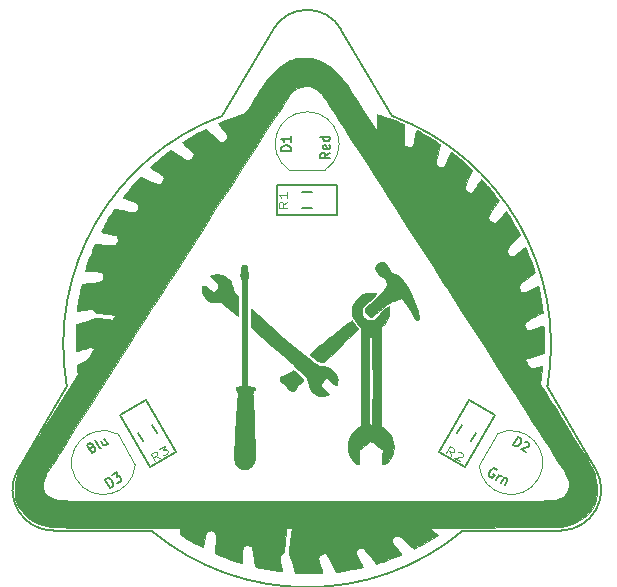
<source format=gto>
%TF.GenerationSoftware,KiCad,Pcbnew,4.0.2+e4-6225~38~ubuntu15.10.1-stable*%
%TF.CreationDate,2016-05-27T15:45:48+05:30*%
%TF.ProjectId,MAP4,4D4150342E6B696361645F7063620000,1*%
%TF.FileFunction,Legend,Top*%
%FSLAX46Y46*%
G04 Gerber Fmt 4.6, Leading zero omitted, Abs format (unit mm)*
G04 Created by KiCad (PCBNEW 4.0.2+e4-6225~38~ubuntu15.10.1-stable) date Fri May 27 15:45:48 2016*
%MOMM*%
G01*
G04 APERTURE LIST*
%ADD10C,0.050800*%
%ADD11C,0.150000*%
%ADD12C,0.010000*%
%ADD13C,0.101600*%
%ADD14C,0.203200*%
%ADD15C,0.127000*%
%ADD16C,0.114300*%
G04 APERTURE END LIST*
D10*
D11*
X46499968Y4752174D02*
G75*
G03X49450000Y9900000I-49968J3447826D01*
G01*
X45350000Y17000000D02*
X49450000Y9900000D01*
X45347375Y17000452D02*
G75*
G03X32200000Y39850000I-20347375J3499548D01*
G01*
X27900000Y47150000D02*
X32200000Y39850000D01*
X27900000Y47150000D02*
G75*
G03X22100000Y47150000I-2900000J-1650000D01*
G01*
X17800000Y39850000D02*
X22100000Y47150000D01*
X17799072Y39852496D02*
G75*
G03X4650000Y17000000I7200928J-19352496D01*
G01*
X500000Y9900000D02*
X4650000Y17000000D01*
X498108Y9901071D02*
G75*
G03X3550000Y4750000I3001892J-1701071D01*
G01*
X11800000Y4750000D02*
X3550000Y4750000D01*
X11800000Y4750000D02*
G75*
G03X38200000Y4750000I13200000J15750000D01*
G01*
X46500000Y4750000D02*
X38200000Y4750000D01*
D12*
G36*
X25389936Y44766244D02*
X25669047Y44710491D01*
X25950280Y44617130D01*
X26176841Y44520982D01*
X26604972Y44287536D01*
X27038934Y43976556D01*
X27463704Y43600486D01*
X27864258Y43171770D01*
X27989965Y43019109D01*
X28065215Y42917052D01*
X28184197Y42745834D01*
X28341090Y42514237D01*
X28530073Y42231045D01*
X28745328Y41905043D01*
X28981033Y41545014D01*
X29231368Y41159743D01*
X29490513Y40758013D01*
X29564364Y40642990D01*
X30880546Y38590855D01*
X30893297Y39293459D01*
X30906049Y39996064D01*
X31031843Y39965846D01*
X31160308Y39928909D01*
X31355710Y39865223D01*
X31598938Y39781601D01*
X31870879Y39684862D01*
X32152424Y39581819D01*
X32424459Y39479289D01*
X32667873Y39384087D01*
X32704728Y39369246D01*
X33189637Y39172980D01*
X33187590Y38833490D01*
X33184714Y38632486D01*
X33178743Y38380953D01*
X33170738Y38120634D01*
X33166651Y38009091D01*
X33161827Y37747370D01*
X33174401Y37560520D01*
X33209329Y37431892D01*
X33271566Y37344836D01*
X33366068Y37282703D01*
X33385593Y37273469D01*
X33510688Y37238015D01*
X33649523Y37224000D01*
X33772330Y37240869D01*
X33870962Y37298645D01*
X33951538Y37408083D01*
X34020177Y37579939D01*
X34083000Y37824968D01*
X34131363Y38070836D01*
X34172933Y38289583D01*
X34211090Y38471097D01*
X34241986Y38598375D01*
X34261773Y38654416D01*
X34263699Y38655637D01*
X34319003Y38633161D01*
X34439285Y38571110D01*
X34610392Y38477546D01*
X34818171Y38360531D01*
X35048469Y38228127D01*
X35287135Y38088396D01*
X35520014Y37949402D01*
X35732954Y37819206D01*
X35743585Y37812598D01*
X35934658Y37689280D01*
X36091466Y37579559D01*
X36200055Y37493856D01*
X36246468Y37442592D01*
X36246875Y37436750D01*
X36229978Y37376363D01*
X36195396Y37242674D01*
X36147292Y37052124D01*
X36089831Y36821154D01*
X36051362Y36664983D01*
X35985024Y36390362D01*
X35940037Y36189347D01*
X35914301Y36046203D01*
X35905718Y35945198D01*
X35912190Y35870600D01*
X35931619Y35806675D01*
X35935578Y35796896D01*
X36038137Y35650629D01*
X36188082Y35555125D01*
X36359412Y35516899D01*
X36526125Y35542466D01*
X36644739Y35619182D01*
X36700332Y35702158D01*
X36775899Y35851417D01*
X36861541Y36045845D01*
X36947356Y36264326D01*
X36947874Y36265728D01*
X37026251Y36471498D01*
X37095514Y36641444D01*
X37148609Y36759075D01*
X37178483Y36807900D01*
X37179968Y36808364D01*
X37232725Y36779616D01*
X37341820Y36700507D01*
X37494294Y36581738D01*
X37677185Y36434011D01*
X37877533Y36268028D01*
X38082379Y36094491D01*
X38278760Y35924100D01*
X38453718Y35767559D01*
X38558244Y35670291D01*
X38939215Y35307455D01*
X38640549Y34637818D01*
X38504976Y34323636D01*
X38411503Y34078366D01*
X38358065Y33889804D01*
X38342594Y33745742D01*
X38363027Y33633976D01*
X38417295Y33542299D01*
X38449204Y33507325D01*
X38590787Y33412210D01*
X38760530Y33362350D01*
X38920681Y33366223D01*
X38980189Y33388091D01*
X39039067Y33446122D01*
X39131123Y33567909D01*
X39244516Y33736559D01*
X39367409Y33935178D01*
X39387968Y33969983D01*
X39505943Y34164260D01*
X39610702Y34324133D01*
X39692310Y34435339D01*
X39740830Y34483618D01*
X39746281Y34484316D01*
X39795183Y34443398D01*
X39891490Y34343376D01*
X40024357Y34196828D01*
X40182940Y34016329D01*
X40356393Y33814455D01*
X40533872Y33603785D01*
X40704533Y33396893D01*
X40857529Y33206357D01*
X40942442Y33097141D01*
X41213792Y32741979D01*
X40793466Y32108172D01*
X40608821Y31823689D01*
X40475501Y31601220D01*
X40389054Y31429156D01*
X40345030Y31295890D01*
X40338977Y31189812D01*
X40366446Y31099314D01*
X40390596Y31057442D01*
X40510139Y30935059D01*
X40668215Y30848574D01*
X40828824Y30814802D01*
X40894865Y30821901D01*
X40978007Y30871639D01*
X41106159Y30985619D01*
X41269068Y31154071D01*
X41410269Y31313040D01*
X41560802Y31484382D01*
X41691768Y31626916D01*
X41790700Y31727546D01*
X41845130Y31773173D01*
X41849551Y31774546D01*
X41887521Y31736403D01*
X41962000Y31631069D01*
X42064808Y31472186D01*
X42187764Y31273395D01*
X42322690Y31048339D01*
X42461405Y30810660D01*
X42595729Y30573999D01*
X42717483Y30351998D01*
X42817511Y30160239D01*
X43008195Y29780989D01*
X42494009Y29250211D01*
X42261542Y29005122D01*
X42091007Y28811221D01*
X41975721Y28657866D01*
X41909004Y28534412D01*
X41884175Y28430215D01*
X41894553Y28334631D01*
X41902752Y28308264D01*
X42000826Y28138109D01*
X42146668Y28018468D01*
X42315063Y27969435D01*
X42328214Y27969164D01*
X42406125Y27979840D01*
X42496255Y28017865D01*
X42612882Y28092231D01*
X42770282Y28211931D01*
X42960501Y28367433D01*
X43138205Y28511976D01*
X43291041Y28630019D01*
X43405085Y28711274D01*
X43466416Y28745454D01*
X43471973Y28745384D01*
X43503735Y28693023D01*
X43559545Y28568038D01*
X43633970Y28385334D01*
X43721573Y28159817D01*
X43816920Y27906394D01*
X43914577Y27639972D01*
X44009108Y27375456D01*
X44095078Y27127753D01*
X44167053Y26911770D01*
X44219598Y26742412D01*
X44247278Y26634586D01*
X44250182Y26610962D01*
X44215033Y26572872D01*
X44118029Y26490416D01*
X43971835Y26373799D01*
X43789118Y26233224D01*
X43672187Y26145322D01*
X43464775Y25987634D01*
X43277845Y25839880D01*
X43126946Y25714772D01*
X43027628Y25625023D01*
X43002551Y25597865D01*
X42920938Y25432127D01*
X42931402Y25259656D01*
X43033921Y25080690D01*
X43054239Y25056698D01*
X43147246Y24964712D01*
X43240632Y24912493D01*
X43348721Y24902196D01*
X43485840Y24935974D01*
X43666315Y25015981D01*
X43904472Y25144369D01*
X44000204Y25198893D01*
X44197334Y25310287D01*
X44363725Y25400906D01*
X44484215Y25462750D01*
X44543641Y25487815D01*
X44547084Y25487530D01*
X44565395Y25431675D01*
X44594618Y25301186D01*
X44632224Y25111125D01*
X44675682Y24876555D01*
X44722460Y24612538D01*
X44770030Y24334137D01*
X44815860Y24056413D01*
X44857421Y23794431D01*
X44892181Y23563251D01*
X44917610Y23377936D01*
X44931178Y23253550D01*
X44930497Y23205253D01*
X44887836Y23182688D01*
X44776435Y23125579D01*
X44610047Y23040930D01*
X44402425Y22935740D01*
X44227091Y22847161D01*
X43948553Y22703617D01*
X43743115Y22590002D01*
X43599327Y22499062D01*
X43505739Y22423542D01*
X43450902Y22356190D01*
X43450163Y22354947D01*
X43391374Y22174606D01*
X43423501Y21992406D01*
X43535027Y21826013D01*
X43613148Y21753025D01*
X43695360Y21709935D01*
X43796882Y21697867D01*
X43932935Y21717948D01*
X44118737Y21771304D01*
X44369509Y21859060D01*
X44466919Y21894945D01*
X44665923Y21967510D01*
X44833511Y22026262D01*
X44950546Y22064644D01*
X44996408Y22076364D01*
X45007073Y22032206D01*
X45015685Y21907796D01*
X45021949Y21715228D01*
X45025574Y21466595D01*
X45026264Y21173993D01*
X45024521Y20917682D01*
X45012182Y19758999D01*
X44281523Y19538827D01*
X44031955Y19460953D01*
X43810862Y19386944D01*
X43634687Y19322698D01*
X43519876Y19274114D01*
X43485540Y19253332D01*
X43460602Y19212235D01*
X43466118Y19153665D01*
X43508618Y19060739D01*
X43594633Y18916576D01*
X43648888Y18831095D01*
X43752840Y18674684D01*
X43840637Y18553294D01*
X43899337Y18484328D01*
X43913780Y18474942D01*
X43971802Y18483049D01*
X44099856Y18504340D01*
X44277138Y18535280D01*
X44423364Y18561509D01*
X44896728Y18647315D01*
X44896728Y18508252D01*
X44889230Y18409514D01*
X44868804Y18242926D01*
X44838554Y18031599D01*
X44801583Y17798645D01*
X44800881Y17794431D01*
X44766247Y17570309D01*
X44741334Y17376082D01*
X44728331Y17231557D01*
X44729423Y17156539D01*
X44730180Y17154147D01*
X44758320Y17105847D01*
X44832316Y16985568D01*
X44948426Y16799247D01*
X45102907Y16552823D01*
X45292016Y16252233D01*
X45512011Y15903415D01*
X45759150Y15512307D01*
X46029688Y15084845D01*
X46319885Y14626969D01*
X46625997Y14144615D01*
X46772694Y13913674D01*
X47179667Y13272218D01*
X47539606Y12702476D01*
X47855788Y12198706D01*
X48131491Y11755164D01*
X48369993Y11366106D01*
X48574573Y11025791D01*
X48748508Y10728474D01*
X48895076Y10468413D01*
X49017554Y10239864D01*
X49119222Y10037084D01*
X49203356Y9854330D01*
X49273235Y9685859D01*
X49332137Y9525928D01*
X49383339Y9368793D01*
X49401910Y9307091D01*
X49484409Y8950028D01*
X49536618Y8557443D01*
X49557008Y8159373D01*
X49544052Y7785852D01*
X49496223Y7466915D01*
X49495646Y7464457D01*
X49335607Y6974603D01*
X49098095Y6534598D01*
X48783771Y6145041D01*
X48393300Y5806530D01*
X47927345Y5519664D01*
X47386569Y5285041D01*
X46920302Y5140543D01*
X46443819Y5014818D01*
X35324907Y4966000D01*
X36038279Y4368720D01*
X35930398Y4281363D01*
X35824230Y4206029D01*
X35654435Y4097751D01*
X35438913Y3966991D01*
X35195567Y3824210D01*
X34942298Y3679867D01*
X34697009Y3544425D01*
X34477601Y3428343D01*
X34424001Y3401115D01*
X34016237Y3196324D01*
X33457891Y3722478D01*
X33262307Y3902722D01*
X33081100Y4062250D01*
X32928477Y4189116D01*
X32818642Y4271370D01*
X32776836Y4295286D01*
X32622374Y4309810D01*
X32455521Y4258342D01*
X32311461Y4154058D01*
X32272036Y4106239D01*
X32211769Y3998113D01*
X32192538Y3890558D01*
X32219327Y3769914D01*
X32297121Y3622523D01*
X32430904Y3434723D01*
X32589273Y3236874D01*
X32733957Y3059028D01*
X32854604Y2906692D01*
X32940331Y2793913D01*
X32980258Y2734738D01*
X32981819Y2730172D01*
X32940445Y2700441D01*
X32825851Y2647242D01*
X32652322Y2575676D01*
X32434148Y2490847D01*
X32185615Y2397857D01*
X31921012Y2301809D01*
X31654625Y2207807D01*
X31400743Y2120953D01*
X31173654Y2046350D01*
X30987644Y1989101D01*
X30857001Y1954308D01*
X30796014Y1947075D01*
X30793749Y1948696D01*
X30714417Y2064104D01*
X30600137Y2220976D01*
X30462428Y2404507D01*
X30312809Y2599896D01*
X30162800Y2792340D01*
X30023919Y2967036D01*
X29907686Y3109181D01*
X29825621Y3203973D01*
X29792065Y3235899D01*
X29686256Y3268101D01*
X29562782Y3280364D01*
X29430668Y3244730D01*
X29292933Y3154369D01*
X29176835Y3034095D01*
X29109635Y2908723D01*
X29102546Y2861420D01*
X29125028Y2782976D01*
X29186417Y2644431D01*
X29277632Y2464600D01*
X29389590Y2262299D01*
X29402728Y2239574D01*
X29515374Y2042305D01*
X29608744Y1872539D01*
X29674021Y1746776D01*
X29702384Y1681513D01*
X29702910Y1677959D01*
X29658717Y1649991D01*
X29532554Y1611961D01*
X29334046Y1565705D01*
X29072817Y1513059D01*
X28758492Y1455859D01*
X28400695Y1395940D01*
X28009050Y1335139D01*
X27593183Y1275292D01*
X27589014Y1274716D01*
X27437845Y1253821D01*
X27094852Y1938664D01*
X26933173Y2250652D01*
X26797979Y2484989D01*
X26682642Y2650250D01*
X26580535Y2755010D01*
X26485031Y2807841D01*
X26414736Y2818546D01*
X26263157Y2784974D01*
X26113276Y2698638D01*
X25991169Y2581107D01*
X25922909Y2453951D01*
X25916514Y2406405D01*
X25932351Y2316205D01*
X25974897Y2162648D01*
X26037367Y1968454D01*
X26101241Y1787925D01*
X26174567Y1583588D01*
X26234048Y1407356D01*
X26273133Y1279354D01*
X26285455Y1222198D01*
X26273070Y1201336D01*
X26229287Y1185234D01*
X26144163Y1173316D01*
X26007755Y1165009D01*
X25810122Y1159739D01*
X25541319Y1156931D01*
X25191404Y1156011D01*
X25139098Y1156000D01*
X23992740Y1156000D01*
X23793161Y1837182D01*
X23718116Y2085598D01*
X23645469Y2312303D01*
X23581774Y2497796D01*
X23533584Y2622577D01*
X23518800Y2653551D01*
X23495657Y2701880D01*
X23480095Y2758205D01*
X23472552Y2834827D01*
X23473463Y2944043D01*
X23483264Y3098151D01*
X23502390Y3309451D01*
X23531277Y3590239D01*
X23562163Y3877369D01*
X23680308Y4966000D01*
X23477009Y4980279D01*
X23351050Y4985989D01*
X23271417Y4983676D01*
X23259474Y4980279D01*
X23250556Y4932276D01*
X23233421Y4805648D01*
X23209679Y4613609D01*
X23180941Y4369374D01*
X23148817Y4086156D01*
X23132078Y3934881D01*
X23018918Y2903761D01*
X22851095Y2765427D01*
X22774679Y2697861D01*
X22723182Y2631663D01*
X22695304Y2550744D01*
X22689747Y2439010D01*
X22705213Y2280371D01*
X22740404Y2058735D01*
X22777289Y1850760D01*
X22812514Y1642385D01*
X22837461Y1469202D01*
X22849683Y1350207D01*
X22847563Y1304897D01*
X22790843Y1299405D01*
X22659119Y1309251D01*
X22467998Y1331867D01*
X22233089Y1364684D01*
X21969998Y1405137D01*
X21694333Y1450656D01*
X21421703Y1498675D01*
X21167713Y1546626D01*
X20947973Y1591942D01*
X20778089Y1632055D01*
X20681811Y1661169D01*
X20642454Y1682289D01*
X20611775Y1720892D01*
X20586412Y1790960D01*
X20563006Y1906474D01*
X20538194Y2081416D01*
X20508616Y2329766D01*
X20497497Y2427906D01*
X20456088Y2762369D01*
X20414768Y3016531D01*
X20369998Y3202384D01*
X20318243Y3331921D01*
X20255965Y3417132D01*
X20192013Y3463722D01*
X20015419Y3511059D01*
X19823300Y3490230D01*
X19656723Y3406063D01*
X19649394Y3399929D01*
X19598256Y3353460D01*
X19562352Y3305740D01*
X19538522Y3240118D01*
X19523606Y3139943D01*
X19514444Y2988564D01*
X19507876Y2769332D01*
X19504783Y2637929D01*
X19497187Y2404778D01*
X19486590Y2208622D01*
X19474208Y2065930D01*
X19461260Y1993174D01*
X19456678Y1987273D01*
X19380882Y2003324D01*
X19234622Y2047745D01*
X19033025Y2114939D01*
X18791218Y2199309D01*
X18524330Y2295259D01*
X18247486Y2397191D01*
X17975813Y2499509D01*
X17724440Y2596616D01*
X17508493Y2682914D01*
X17343100Y2752808D01*
X17243386Y2800700D01*
X17224408Y2813190D01*
X17216445Y2866741D01*
X17215315Y2996281D01*
X17220636Y3185714D01*
X17232030Y3418949D01*
X17242719Y3589458D01*
X17262215Y3919238D01*
X17268363Y4170402D01*
X17258810Y4356040D01*
X17231207Y4489242D01*
X17183202Y4583097D01*
X17112444Y4650697D01*
X17044880Y4691087D01*
X16860732Y4752315D01*
X16683555Y4730844D01*
X16588826Y4689713D01*
X16519049Y4643865D01*
X16463636Y4578002D01*
X16417238Y4477490D01*
X16374508Y4327691D01*
X16330095Y4113970D01*
X16284735Y3857637D01*
X16248209Y3659260D01*
X16212648Y3494902D01*
X16183007Y3386089D01*
X16169098Y3355160D01*
X16114043Y3360073D01*
X15989889Y3410247D01*
X15805277Y3501068D01*
X15568845Y3627919D01*
X15289234Y3786185D01*
X14975084Y3971251D01*
X14680216Y4150579D01*
X14475002Y4276290D01*
X14335705Y4366865D01*
X14252076Y4439412D01*
X14213863Y4511040D01*
X14210817Y4598858D01*
X14232689Y4719975D01*
X14260864Y4850546D01*
X14289728Y4989091D01*
X9002186Y4989091D01*
X8164092Y4989113D01*
X7412862Y4989313D01*
X6742998Y4989892D01*
X6148998Y4991054D01*
X5625365Y4992998D01*
X5166599Y4995928D01*
X4767201Y5000044D01*
X4421671Y5005549D01*
X4124509Y5012644D01*
X3870218Y5021531D01*
X3653296Y5032412D01*
X3468245Y5045489D01*
X3309566Y5060963D01*
X3171759Y5079036D01*
X3049324Y5099910D01*
X2936764Y5123787D01*
X2828577Y5150868D01*
X2719265Y5181355D01*
X2603328Y5215449D01*
X2571091Y5225028D01*
X2052431Y5420124D01*
X1584377Y5679144D01*
X1173896Y5995424D01*
X827956Y6362298D01*
X553525Y6773099D01*
X357570Y7221161D01*
X307516Y7390546D01*
X272874Y7551616D01*
X252301Y7725343D01*
X244339Y7935486D01*
X247531Y8205800D01*
X250848Y8314182D01*
X277046Y8721420D01*
X282756Y8760127D01*
X2624931Y8760127D01*
X2627054Y8456802D01*
X2641598Y8377154D01*
X2757758Y8050553D01*
X2947191Y7779387D01*
X3208447Y7564805D01*
X3540077Y7407952D01*
X3940631Y7309975D01*
X4002728Y7300941D01*
X4074125Y7297539D01*
X4234261Y7294274D01*
X4479534Y7291146D01*
X4806340Y7288155D01*
X5211076Y7285300D01*
X5690138Y7282582D01*
X6239924Y7280000D01*
X6856830Y7277554D01*
X7537252Y7275245D01*
X8277589Y7273072D01*
X9074236Y7271036D01*
X9923589Y7269135D01*
X10822047Y7267371D01*
X11766006Y7265743D01*
X12751862Y7264251D01*
X13776012Y7262894D01*
X14834854Y7261674D01*
X15924783Y7260590D01*
X17042196Y7259641D01*
X18183491Y7258828D01*
X19345065Y7258151D01*
X20523313Y7257610D01*
X21714632Y7257204D01*
X22915420Y7256933D01*
X24122073Y7256798D01*
X25330989Y7256799D01*
X26538562Y7256935D01*
X27741192Y7257206D01*
X28935273Y7257613D01*
X30117204Y7258154D01*
X31283380Y7258831D01*
X32430199Y7259643D01*
X33554057Y7260590D01*
X34651352Y7261672D01*
X35718479Y7262889D01*
X36751836Y7264241D01*
X37747819Y7265728D01*
X38702825Y7267349D01*
X39613252Y7269105D01*
X40475494Y7270996D01*
X41285951Y7273022D01*
X42041018Y7275182D01*
X42737091Y7277476D01*
X43370569Y7279905D01*
X43937847Y7282468D01*
X44435322Y7285166D01*
X44859391Y7287998D01*
X45206451Y7290964D01*
X45472899Y7294065D01*
X45655131Y7297299D01*
X45749545Y7300668D01*
X45759295Y7301570D01*
X45979969Y7343366D01*
X46207687Y7404762D01*
X46388423Y7470559D01*
X46622754Y7608039D01*
X46835389Y7793002D01*
X47003680Y8002040D01*
X47104736Y8210928D01*
X47155005Y8528812D01*
X47130594Y8878176D01*
X47034898Y9241144D01*
X46871309Y9599845D01*
X46826463Y9676546D01*
X46791877Y9731241D01*
X46709084Y9861038D01*
X46579767Y10063307D01*
X46405612Y10335421D01*
X46188306Y10674753D01*
X45929531Y11078675D01*
X45630975Y11544559D01*
X45294322Y12069777D01*
X44921258Y12651702D01*
X44513467Y13287706D01*
X44072635Y13975161D01*
X43600447Y14711440D01*
X43098589Y15493915D01*
X42568745Y16319957D01*
X42012600Y17186941D01*
X41431841Y18092237D01*
X40828152Y19033218D01*
X40203219Y20007256D01*
X39558726Y21011725D01*
X38896359Y22043995D01*
X38217803Y23101439D01*
X37524743Y24181430D01*
X36818865Y25281339D01*
X36520283Y25746578D01*
X35625893Y27140010D01*
X34780110Y28457383D01*
X33981796Y29700456D01*
X33229809Y30870993D01*
X32523009Y31970753D01*
X31860256Y33001499D01*
X31240409Y33964992D01*
X30662329Y34862993D01*
X30124874Y35697263D01*
X29626904Y36469563D01*
X29167280Y37181655D01*
X28744860Y37835301D01*
X28358505Y38432261D01*
X28007073Y38974297D01*
X27689425Y39463170D01*
X27404421Y39900642D01*
X27150919Y40288473D01*
X26927780Y40628425D01*
X26733864Y40922259D01*
X26568029Y41171738D01*
X26429136Y41378621D01*
X26316044Y41544670D01*
X26227613Y41671647D01*
X26162703Y41761313D01*
X26120173Y41815429D01*
X26108073Y41828612D01*
X25931345Y41979784D01*
X25721691Y42126997D01*
X25557180Y42221215D01*
X25207813Y42345120D01*
X24852535Y42379152D01*
X24498514Y42324871D01*
X24152921Y42183838D01*
X23822926Y41957611D01*
X23661878Y41808857D01*
X23628260Y41769063D01*
X23574052Y41696500D01*
X23498080Y41589351D01*
X23399166Y41445803D01*
X23276136Y41264038D01*
X23127814Y41042240D01*
X22953023Y40778595D01*
X22750587Y40471287D01*
X22519332Y40118500D01*
X22258080Y39718417D01*
X21965657Y39269224D01*
X21640886Y38769105D01*
X21282591Y38216244D01*
X20889597Y37608826D01*
X20460727Y36945033D01*
X19994806Y36223052D01*
X19490658Y35441067D01*
X18947107Y34597260D01*
X18362977Y33689818D01*
X17737092Y32716924D01*
X17068277Y31676762D01*
X16355356Y30567517D01*
X15597152Y29387373D01*
X14792490Y28134515D01*
X13940194Y26807126D01*
X13215704Y25678546D01*
X12503759Y24569228D01*
X11803789Y23478208D01*
X11117488Y22408133D01*
X10446547Y21361655D01*
X9792660Y20341422D01*
X9157519Y19350084D01*
X8542818Y18390291D01*
X7950250Y17464693D01*
X7381506Y16575939D01*
X6838281Y15726679D01*
X6322267Y14919563D01*
X5835157Y14157240D01*
X5378643Y13442360D01*
X4954419Y12777572D01*
X4564178Y12165526D01*
X4209612Y11608873D01*
X3892414Y11110261D01*
X3614278Y10672340D01*
X3376895Y10297761D01*
X3181960Y9989171D01*
X3031164Y9749222D01*
X2926201Y9580563D01*
X2868763Y9485844D01*
X2859209Y9468728D01*
X2701933Y9095512D01*
X2624931Y8760127D01*
X282756Y8760127D01*
X330778Y9085652D01*
X419278Y9433821D01*
X549779Y9792875D01*
X729516Y10189759D01*
X783968Y10300000D01*
X848286Y10417841D01*
X958373Y10606885D01*
X1110169Y10860570D01*
X1299612Y11172329D01*
X1522643Y11535599D01*
X1775201Y11943816D01*
X2053224Y12390413D01*
X2352653Y12868828D01*
X2669427Y13372494D01*
X2999484Y13894848D01*
X3320588Y14400756D01*
X5591301Y17970420D01*
X5537943Y18369217D01*
X5514995Y18579705D01*
X5510986Y18720996D01*
X5526140Y18783046D01*
X5528747Y18784517D01*
X5586206Y18811959D01*
X5705525Y18872633D01*
X5866997Y18956435D01*
X5985369Y19018601D01*
X6166849Y19116161D01*
X6295870Y19195781D01*
X6394037Y19277980D01*
X6482955Y19383279D01*
X6584231Y19532197D01*
X6672935Y19671624D01*
X6948041Y20107065D01*
X6844177Y20191169D01*
X6764700Y20242264D01*
X6674115Y20266077D01*
X6556755Y20260659D01*
X6396953Y20224063D01*
X6179042Y20154343D01*
X5981082Y20083892D01*
X5775665Y20012688D01*
X5602067Y19959235D01*
X5478255Y19928600D01*
X5422199Y19925848D01*
X5421776Y19926224D01*
X5411858Y19980604D01*
X5403689Y20111649D01*
X5397284Y20303695D01*
X5392659Y20541078D01*
X5389832Y20808133D01*
X5388818Y21089195D01*
X5389634Y21368600D01*
X5392296Y21630683D01*
X5396820Y21859780D01*
X5403223Y22040225D01*
X5411520Y22156355D01*
X5419418Y22192315D01*
X5472524Y22215642D01*
X5598196Y22259272D01*
X5780248Y22317917D01*
X6002499Y22386292D01*
X6125851Y22423128D01*
X6369672Y22497493D01*
X6588438Y22568443D01*
X6763671Y22629669D01*
X6876892Y22674864D01*
X6902798Y22688363D01*
X6951566Y22711916D01*
X7019016Y22725248D01*
X7119768Y22728060D01*
X7268441Y22720053D01*
X7479656Y22700931D01*
X7764331Y22670801D01*
X8017483Y22643704D01*
X8235807Y22621505D01*
X8404003Y22605666D01*
X8506768Y22597646D01*
X8531663Y22597543D01*
X8595229Y22691202D01*
X8662203Y22804484D01*
X8718284Y22910815D01*
X8749170Y22983624D01*
X8748489Y23000426D01*
X8693199Y23005437D01*
X8561632Y23019072D01*
X8369302Y23039674D01*
X8131721Y23065584D01*
X7905843Y23090535D01*
X7565707Y23131531D01*
X7314304Y23169054D01*
X7152750Y23202906D01*
X7082163Y23232888D01*
X7079293Y23237576D01*
X7002752Y23354865D01*
X6877243Y23454104D01*
X6742423Y23505892D01*
X6714540Y23508000D01*
X6616133Y23499930D01*
X6451489Y23478062D01*
X6245098Y23445915D01*
X6059851Y23413984D01*
X5852083Y23378352D01*
X5680175Y23352231D01*
X5562885Y23338246D01*
X5519300Y23338397D01*
X5516681Y23392019D01*
X5528799Y23521245D01*
X5553328Y23710902D01*
X5587941Y23945823D01*
X5630313Y24210834D01*
X5678116Y24490767D01*
X5729025Y24770451D01*
X5775473Y25008909D01*
X5896819Y25609273D01*
X6635410Y25693123D01*
X6967773Y25734436D01*
X7220711Y25775849D01*
X7407060Y25821751D01*
X7539660Y25876532D01*
X7631346Y25944584D01*
X7694959Y26030295D01*
X7710865Y26060887D01*
X7746205Y26180502D01*
X7732871Y26321001D01*
X7720713Y26369976D01*
X7678412Y26487509D01*
X7615167Y26573281D01*
X7517410Y26632070D01*
X7371569Y26668656D01*
X7164074Y26687818D01*
X6881356Y26694333D01*
X6799021Y26694546D01*
X6575225Y26695514D01*
X6389070Y26698164D01*
X6257669Y26702113D01*
X6198140Y26706979D01*
X6196364Y26708014D01*
X6211530Y26767761D01*
X6253244Y26898078D01*
X6315828Y27082977D01*
X6393603Y27306468D01*
X6480894Y27552563D01*
X6572021Y27805272D01*
X6661308Y28048607D01*
X6743076Y28266578D01*
X6811649Y28443197D01*
X6819287Y28462259D01*
X7038254Y29006154D01*
X7460127Y28973772D01*
X7718392Y28957663D01*
X8011135Y28944999D01*
X8280477Y28938217D01*
X8312871Y28937877D01*
X8515973Y28937609D01*
X8648972Y28944253D01*
X8734113Y28962979D01*
X8793642Y28998953D01*
X8849803Y29057344D01*
X8855508Y29063939D01*
X8947963Y29233854D01*
X8966733Y29423780D01*
X8911424Y29603239D01*
X8863364Y29671208D01*
X8801607Y29727707D01*
X8716791Y29772474D01*
X8589880Y29812030D01*
X8401835Y29852895D01*
X8251455Y29880807D01*
X7974284Y29928716D01*
X7777877Y29964738D01*
X7653462Y29999652D01*
X7592264Y30044238D01*
X7585509Y30109278D01*
X7624424Y30205550D01*
X7700233Y30343836D01*
X7770640Y30471566D01*
X7895790Y30698265D01*
X8035570Y30941425D01*
X8181556Y31187485D01*
X8325322Y31422888D01*
X8458444Y31634075D01*
X8572496Y31807488D01*
X8659053Y31929569D01*
X8709690Y31986759D01*
X8713456Y31988825D01*
X8773699Y31985205D01*
X8906633Y31962555D01*
X9095332Y31924208D01*
X9322871Y31873496D01*
X9443850Y31845039D01*
X9693679Y31787454D01*
X9922132Y31738811D01*
X10109288Y31703060D01*
X10235224Y31684152D01*
X10265281Y31682182D01*
X10423177Y31724132D01*
X10559916Y31833143D01*
X10651451Y31983960D01*
X10676000Y32113580D01*
X10672488Y32232105D01*
X10653991Y32324209D01*
X10608574Y32399398D01*
X10524298Y32467179D01*
X10389226Y32537056D01*
X10191422Y32618537D01*
X9918947Y32721126D01*
X9907927Y32725210D01*
X9715350Y32798569D01*
X9554766Y32863488D01*
X9446328Y32911599D01*
X9411760Y32931221D01*
X9424995Y32978347D01*
X9490499Y33082283D01*
X9598535Y33231381D01*
X9739366Y33413996D01*
X9903254Y33618482D01*
X10080462Y33833191D01*
X10261252Y34046479D01*
X10435887Y34246698D01*
X10594629Y34422203D01*
X10727741Y34561346D01*
X10825486Y34652483D01*
X10877258Y34684000D01*
X10936313Y34666385D01*
X11064371Y34617691D01*
X11245940Y34544145D01*
X11465528Y34451973D01*
X11623737Y34383970D01*
X11863441Y34282400D01*
X12079033Y34195520D01*
X12253948Y34129662D01*
X12371626Y34091155D01*
X12409088Y34083789D01*
X12552219Y34125313D01*
X12686057Y34234016D01*
X12789998Y34385408D01*
X12843437Y34555001D01*
X12846546Y34603726D01*
X12833258Y34685889D01*
X12786291Y34766779D01*
X12694987Y34855734D01*
X12548688Y34962092D01*
X12336737Y35095190D01*
X12179008Y35188622D01*
X11992318Y35301181D01*
X11840500Y35399303D01*
X11738361Y35472931D01*
X11700705Y35512011D01*
X11700909Y35513311D01*
X11742558Y35561518D01*
X11843046Y35657180D01*
X11989666Y35789336D01*
X12169711Y35947027D01*
X12370473Y36119293D01*
X12579246Y36295175D01*
X12783322Y36463712D01*
X12969995Y36613944D01*
X13046521Y36673887D01*
X13454315Y36989768D01*
X14082792Y36569137D01*
X14373451Y36379162D01*
X14602517Y36242705D01*
X14781498Y36156826D01*
X14921902Y36118587D01*
X15035237Y36125047D01*
X15133012Y36173270D01*
X15226734Y36260315D01*
X15238849Y36273905D01*
X15356356Y36456229D01*
X15383350Y36631084D01*
X15344158Y36755093D01*
X15293519Y36814172D01*
X15186604Y36917086D01*
X15038909Y37049527D01*
X14865926Y37197191D01*
X14859760Y37202329D01*
X14691159Y37346236D01*
X14552228Y37471528D01*
X14456657Y37565370D01*
X14418134Y37614929D01*
X14417926Y37616546D01*
X14456523Y37657544D01*
X14563129Y37734123D01*
X14724206Y37838494D01*
X14926218Y37962867D01*
X15155627Y38099451D01*
X15398893Y38240457D01*
X15642481Y38378095D01*
X15872851Y38504575D01*
X16076467Y38612108D01*
X16239790Y38692903D01*
X16349283Y38739170D01*
X16382704Y38747114D01*
X16431233Y38717200D01*
X16534270Y38633827D01*
X16679671Y38507477D01*
X16855292Y38348634D01*
X16996529Y38217308D01*
X17192512Y38037769D01*
X17373696Y37880516D01*
X17526146Y37756985D01*
X17635925Y37678617D01*
X17679335Y37656897D01*
X17837260Y37658772D01*
X17992907Y37727629D01*
X18125289Y37843813D01*
X18213420Y37987672D01*
X18236314Y38139550D01*
X18230311Y38172894D01*
X18191589Y38247710D01*
X18104901Y38375769D01*
X17982406Y38540201D01*
X17836266Y38724137D01*
X17809444Y38756738D01*
X17415602Y39232909D01*
X17683804Y39355398D01*
X17827275Y39415906D01*
X18023527Y39491692D01*
X18257245Y39577565D01*
X18513112Y39668334D01*
X18775811Y39758807D01*
X19030026Y39843795D01*
X19260440Y39918105D01*
X19451737Y39976547D01*
X19588600Y40013929D01*
X19655713Y40025061D01*
X19658061Y40024507D01*
X19694138Y40057318D01*
X19773219Y40159428D01*
X19889167Y40321929D01*
X20035848Y40535914D01*
X20207126Y40792475D01*
X20396866Y41082702D01*
X20538028Y41302134D01*
X20752130Y41634597D01*
X20965221Y41960858D01*
X21168479Y42267743D01*
X21353080Y42542079D01*
X21510200Y42770695D01*
X21631018Y42940417D01*
X21672193Y42995370D01*
X22102285Y43494724D01*
X22566924Y43923824D01*
X23057693Y44276046D01*
X23566176Y44544763D01*
X23720768Y44608048D01*
X23910623Y44677422D01*
X24068895Y44724518D01*
X24224821Y44754606D01*
X24407642Y44772957D01*
X24646596Y44784840D01*
X24715273Y44787306D01*
X25082246Y44789984D01*
X25389936Y44766244D01*
X25389936Y44766244D01*
G37*
X25389936Y44766244D02*
X25669047Y44710491D01*
X25950280Y44617130D01*
X26176841Y44520982D01*
X26604972Y44287536D01*
X27038934Y43976556D01*
X27463704Y43600486D01*
X27864258Y43171770D01*
X27989965Y43019109D01*
X28065215Y42917052D01*
X28184197Y42745834D01*
X28341090Y42514237D01*
X28530073Y42231045D01*
X28745328Y41905043D01*
X28981033Y41545014D01*
X29231368Y41159743D01*
X29490513Y40758013D01*
X29564364Y40642990D01*
X30880546Y38590855D01*
X30893297Y39293459D01*
X30906049Y39996064D01*
X31031843Y39965846D01*
X31160308Y39928909D01*
X31355710Y39865223D01*
X31598938Y39781601D01*
X31870879Y39684862D01*
X32152424Y39581819D01*
X32424459Y39479289D01*
X32667873Y39384087D01*
X32704728Y39369246D01*
X33189637Y39172980D01*
X33187590Y38833490D01*
X33184714Y38632486D01*
X33178743Y38380953D01*
X33170738Y38120634D01*
X33166651Y38009091D01*
X33161827Y37747370D01*
X33174401Y37560520D01*
X33209329Y37431892D01*
X33271566Y37344836D01*
X33366068Y37282703D01*
X33385593Y37273469D01*
X33510688Y37238015D01*
X33649523Y37224000D01*
X33772330Y37240869D01*
X33870962Y37298645D01*
X33951538Y37408083D01*
X34020177Y37579939D01*
X34083000Y37824968D01*
X34131363Y38070836D01*
X34172933Y38289583D01*
X34211090Y38471097D01*
X34241986Y38598375D01*
X34261773Y38654416D01*
X34263699Y38655637D01*
X34319003Y38633161D01*
X34439285Y38571110D01*
X34610392Y38477546D01*
X34818171Y38360531D01*
X35048469Y38228127D01*
X35287135Y38088396D01*
X35520014Y37949402D01*
X35732954Y37819206D01*
X35743585Y37812598D01*
X35934658Y37689280D01*
X36091466Y37579559D01*
X36200055Y37493856D01*
X36246468Y37442592D01*
X36246875Y37436750D01*
X36229978Y37376363D01*
X36195396Y37242674D01*
X36147292Y37052124D01*
X36089831Y36821154D01*
X36051362Y36664983D01*
X35985024Y36390362D01*
X35940037Y36189347D01*
X35914301Y36046203D01*
X35905718Y35945198D01*
X35912190Y35870600D01*
X35931619Y35806675D01*
X35935578Y35796896D01*
X36038137Y35650629D01*
X36188082Y35555125D01*
X36359412Y35516899D01*
X36526125Y35542466D01*
X36644739Y35619182D01*
X36700332Y35702158D01*
X36775899Y35851417D01*
X36861541Y36045845D01*
X36947356Y36264326D01*
X36947874Y36265728D01*
X37026251Y36471498D01*
X37095514Y36641444D01*
X37148609Y36759075D01*
X37178483Y36807900D01*
X37179968Y36808364D01*
X37232725Y36779616D01*
X37341820Y36700507D01*
X37494294Y36581738D01*
X37677185Y36434011D01*
X37877533Y36268028D01*
X38082379Y36094491D01*
X38278760Y35924100D01*
X38453718Y35767559D01*
X38558244Y35670291D01*
X38939215Y35307455D01*
X38640549Y34637818D01*
X38504976Y34323636D01*
X38411503Y34078366D01*
X38358065Y33889804D01*
X38342594Y33745742D01*
X38363027Y33633976D01*
X38417295Y33542299D01*
X38449204Y33507325D01*
X38590787Y33412210D01*
X38760530Y33362350D01*
X38920681Y33366223D01*
X38980189Y33388091D01*
X39039067Y33446122D01*
X39131123Y33567909D01*
X39244516Y33736559D01*
X39367409Y33935178D01*
X39387968Y33969983D01*
X39505943Y34164260D01*
X39610702Y34324133D01*
X39692310Y34435339D01*
X39740830Y34483618D01*
X39746281Y34484316D01*
X39795183Y34443398D01*
X39891490Y34343376D01*
X40024357Y34196828D01*
X40182940Y34016329D01*
X40356393Y33814455D01*
X40533872Y33603785D01*
X40704533Y33396893D01*
X40857529Y33206357D01*
X40942442Y33097141D01*
X41213792Y32741979D01*
X40793466Y32108172D01*
X40608821Y31823689D01*
X40475501Y31601220D01*
X40389054Y31429156D01*
X40345030Y31295890D01*
X40338977Y31189812D01*
X40366446Y31099314D01*
X40390596Y31057442D01*
X40510139Y30935059D01*
X40668215Y30848574D01*
X40828824Y30814802D01*
X40894865Y30821901D01*
X40978007Y30871639D01*
X41106159Y30985619D01*
X41269068Y31154071D01*
X41410269Y31313040D01*
X41560802Y31484382D01*
X41691768Y31626916D01*
X41790700Y31727546D01*
X41845130Y31773173D01*
X41849551Y31774546D01*
X41887521Y31736403D01*
X41962000Y31631069D01*
X42064808Y31472186D01*
X42187764Y31273395D01*
X42322690Y31048339D01*
X42461405Y30810660D01*
X42595729Y30573999D01*
X42717483Y30351998D01*
X42817511Y30160239D01*
X43008195Y29780989D01*
X42494009Y29250211D01*
X42261542Y29005122D01*
X42091007Y28811221D01*
X41975721Y28657866D01*
X41909004Y28534412D01*
X41884175Y28430215D01*
X41894553Y28334631D01*
X41902752Y28308264D01*
X42000826Y28138109D01*
X42146668Y28018468D01*
X42315063Y27969435D01*
X42328214Y27969164D01*
X42406125Y27979840D01*
X42496255Y28017865D01*
X42612882Y28092231D01*
X42770282Y28211931D01*
X42960501Y28367433D01*
X43138205Y28511976D01*
X43291041Y28630019D01*
X43405085Y28711274D01*
X43466416Y28745454D01*
X43471973Y28745384D01*
X43503735Y28693023D01*
X43559545Y28568038D01*
X43633970Y28385334D01*
X43721573Y28159817D01*
X43816920Y27906394D01*
X43914577Y27639972D01*
X44009108Y27375456D01*
X44095078Y27127753D01*
X44167053Y26911770D01*
X44219598Y26742412D01*
X44247278Y26634586D01*
X44250182Y26610962D01*
X44215033Y26572872D01*
X44118029Y26490416D01*
X43971835Y26373799D01*
X43789118Y26233224D01*
X43672187Y26145322D01*
X43464775Y25987634D01*
X43277845Y25839880D01*
X43126946Y25714772D01*
X43027628Y25625023D01*
X43002551Y25597865D01*
X42920938Y25432127D01*
X42931402Y25259656D01*
X43033921Y25080690D01*
X43054239Y25056698D01*
X43147246Y24964712D01*
X43240632Y24912493D01*
X43348721Y24902196D01*
X43485840Y24935974D01*
X43666315Y25015981D01*
X43904472Y25144369D01*
X44000204Y25198893D01*
X44197334Y25310287D01*
X44363725Y25400906D01*
X44484215Y25462750D01*
X44543641Y25487815D01*
X44547084Y25487530D01*
X44565395Y25431675D01*
X44594618Y25301186D01*
X44632224Y25111125D01*
X44675682Y24876555D01*
X44722460Y24612538D01*
X44770030Y24334137D01*
X44815860Y24056413D01*
X44857421Y23794431D01*
X44892181Y23563251D01*
X44917610Y23377936D01*
X44931178Y23253550D01*
X44930497Y23205253D01*
X44887836Y23182688D01*
X44776435Y23125579D01*
X44610047Y23040930D01*
X44402425Y22935740D01*
X44227091Y22847161D01*
X43948553Y22703617D01*
X43743115Y22590002D01*
X43599327Y22499062D01*
X43505739Y22423542D01*
X43450902Y22356190D01*
X43450163Y22354947D01*
X43391374Y22174606D01*
X43423501Y21992406D01*
X43535027Y21826013D01*
X43613148Y21753025D01*
X43695360Y21709935D01*
X43796882Y21697867D01*
X43932935Y21717948D01*
X44118737Y21771304D01*
X44369509Y21859060D01*
X44466919Y21894945D01*
X44665923Y21967510D01*
X44833511Y22026262D01*
X44950546Y22064644D01*
X44996408Y22076364D01*
X45007073Y22032206D01*
X45015685Y21907796D01*
X45021949Y21715228D01*
X45025574Y21466595D01*
X45026264Y21173993D01*
X45024521Y20917682D01*
X45012182Y19758999D01*
X44281523Y19538827D01*
X44031955Y19460953D01*
X43810862Y19386944D01*
X43634687Y19322698D01*
X43519876Y19274114D01*
X43485540Y19253332D01*
X43460602Y19212235D01*
X43466118Y19153665D01*
X43508618Y19060739D01*
X43594633Y18916576D01*
X43648888Y18831095D01*
X43752840Y18674684D01*
X43840637Y18553294D01*
X43899337Y18484328D01*
X43913780Y18474942D01*
X43971802Y18483049D01*
X44099856Y18504340D01*
X44277138Y18535280D01*
X44423364Y18561509D01*
X44896728Y18647315D01*
X44896728Y18508252D01*
X44889230Y18409514D01*
X44868804Y18242926D01*
X44838554Y18031599D01*
X44801583Y17798645D01*
X44800881Y17794431D01*
X44766247Y17570309D01*
X44741334Y17376082D01*
X44728331Y17231557D01*
X44729423Y17156539D01*
X44730180Y17154147D01*
X44758320Y17105847D01*
X44832316Y16985568D01*
X44948426Y16799247D01*
X45102907Y16552823D01*
X45292016Y16252233D01*
X45512011Y15903415D01*
X45759150Y15512307D01*
X46029688Y15084845D01*
X46319885Y14626969D01*
X46625997Y14144615D01*
X46772694Y13913674D01*
X47179667Y13272218D01*
X47539606Y12702476D01*
X47855788Y12198706D01*
X48131491Y11755164D01*
X48369993Y11366106D01*
X48574573Y11025791D01*
X48748508Y10728474D01*
X48895076Y10468413D01*
X49017554Y10239864D01*
X49119222Y10037084D01*
X49203356Y9854330D01*
X49273235Y9685859D01*
X49332137Y9525928D01*
X49383339Y9368793D01*
X49401910Y9307091D01*
X49484409Y8950028D01*
X49536618Y8557443D01*
X49557008Y8159373D01*
X49544052Y7785852D01*
X49496223Y7466915D01*
X49495646Y7464457D01*
X49335607Y6974603D01*
X49098095Y6534598D01*
X48783771Y6145041D01*
X48393300Y5806530D01*
X47927345Y5519664D01*
X47386569Y5285041D01*
X46920302Y5140543D01*
X46443819Y5014818D01*
X35324907Y4966000D01*
X36038279Y4368720D01*
X35930398Y4281363D01*
X35824230Y4206029D01*
X35654435Y4097751D01*
X35438913Y3966991D01*
X35195567Y3824210D01*
X34942298Y3679867D01*
X34697009Y3544425D01*
X34477601Y3428343D01*
X34424001Y3401115D01*
X34016237Y3196324D01*
X33457891Y3722478D01*
X33262307Y3902722D01*
X33081100Y4062250D01*
X32928477Y4189116D01*
X32818642Y4271370D01*
X32776836Y4295286D01*
X32622374Y4309810D01*
X32455521Y4258342D01*
X32311461Y4154058D01*
X32272036Y4106239D01*
X32211769Y3998113D01*
X32192538Y3890558D01*
X32219327Y3769914D01*
X32297121Y3622523D01*
X32430904Y3434723D01*
X32589273Y3236874D01*
X32733957Y3059028D01*
X32854604Y2906692D01*
X32940331Y2793913D01*
X32980258Y2734738D01*
X32981819Y2730172D01*
X32940445Y2700441D01*
X32825851Y2647242D01*
X32652322Y2575676D01*
X32434148Y2490847D01*
X32185615Y2397857D01*
X31921012Y2301809D01*
X31654625Y2207807D01*
X31400743Y2120953D01*
X31173654Y2046350D01*
X30987644Y1989101D01*
X30857001Y1954308D01*
X30796014Y1947075D01*
X30793749Y1948696D01*
X30714417Y2064104D01*
X30600137Y2220976D01*
X30462428Y2404507D01*
X30312809Y2599896D01*
X30162800Y2792340D01*
X30023919Y2967036D01*
X29907686Y3109181D01*
X29825621Y3203973D01*
X29792065Y3235899D01*
X29686256Y3268101D01*
X29562782Y3280364D01*
X29430668Y3244730D01*
X29292933Y3154369D01*
X29176835Y3034095D01*
X29109635Y2908723D01*
X29102546Y2861420D01*
X29125028Y2782976D01*
X29186417Y2644431D01*
X29277632Y2464600D01*
X29389590Y2262299D01*
X29402728Y2239574D01*
X29515374Y2042305D01*
X29608744Y1872539D01*
X29674021Y1746776D01*
X29702384Y1681513D01*
X29702910Y1677959D01*
X29658717Y1649991D01*
X29532554Y1611961D01*
X29334046Y1565705D01*
X29072817Y1513059D01*
X28758492Y1455859D01*
X28400695Y1395940D01*
X28009050Y1335139D01*
X27593183Y1275292D01*
X27589014Y1274716D01*
X27437845Y1253821D01*
X27094852Y1938664D01*
X26933173Y2250652D01*
X26797979Y2484989D01*
X26682642Y2650250D01*
X26580535Y2755010D01*
X26485031Y2807841D01*
X26414736Y2818546D01*
X26263157Y2784974D01*
X26113276Y2698638D01*
X25991169Y2581107D01*
X25922909Y2453951D01*
X25916514Y2406405D01*
X25932351Y2316205D01*
X25974897Y2162648D01*
X26037367Y1968454D01*
X26101241Y1787925D01*
X26174567Y1583588D01*
X26234048Y1407356D01*
X26273133Y1279354D01*
X26285455Y1222198D01*
X26273070Y1201336D01*
X26229287Y1185234D01*
X26144163Y1173316D01*
X26007755Y1165009D01*
X25810122Y1159739D01*
X25541319Y1156931D01*
X25191404Y1156011D01*
X25139098Y1156000D01*
X23992740Y1156000D01*
X23793161Y1837182D01*
X23718116Y2085598D01*
X23645469Y2312303D01*
X23581774Y2497796D01*
X23533584Y2622577D01*
X23518800Y2653551D01*
X23495657Y2701880D01*
X23480095Y2758205D01*
X23472552Y2834827D01*
X23473463Y2944043D01*
X23483264Y3098151D01*
X23502390Y3309451D01*
X23531277Y3590239D01*
X23562163Y3877369D01*
X23680308Y4966000D01*
X23477009Y4980279D01*
X23351050Y4985989D01*
X23271417Y4983676D01*
X23259474Y4980279D01*
X23250556Y4932276D01*
X23233421Y4805648D01*
X23209679Y4613609D01*
X23180941Y4369374D01*
X23148817Y4086156D01*
X23132078Y3934881D01*
X23018918Y2903761D01*
X22851095Y2765427D01*
X22774679Y2697861D01*
X22723182Y2631663D01*
X22695304Y2550744D01*
X22689747Y2439010D01*
X22705213Y2280371D01*
X22740404Y2058735D01*
X22777289Y1850760D01*
X22812514Y1642385D01*
X22837461Y1469202D01*
X22849683Y1350207D01*
X22847563Y1304897D01*
X22790843Y1299405D01*
X22659119Y1309251D01*
X22467998Y1331867D01*
X22233089Y1364684D01*
X21969998Y1405137D01*
X21694333Y1450656D01*
X21421703Y1498675D01*
X21167713Y1546626D01*
X20947973Y1591942D01*
X20778089Y1632055D01*
X20681811Y1661169D01*
X20642454Y1682289D01*
X20611775Y1720892D01*
X20586412Y1790960D01*
X20563006Y1906474D01*
X20538194Y2081416D01*
X20508616Y2329766D01*
X20497497Y2427906D01*
X20456088Y2762369D01*
X20414768Y3016531D01*
X20369998Y3202384D01*
X20318243Y3331921D01*
X20255965Y3417132D01*
X20192013Y3463722D01*
X20015419Y3511059D01*
X19823300Y3490230D01*
X19656723Y3406063D01*
X19649394Y3399929D01*
X19598256Y3353460D01*
X19562352Y3305740D01*
X19538522Y3240118D01*
X19523606Y3139943D01*
X19514444Y2988564D01*
X19507876Y2769332D01*
X19504783Y2637929D01*
X19497187Y2404778D01*
X19486590Y2208622D01*
X19474208Y2065930D01*
X19461260Y1993174D01*
X19456678Y1987273D01*
X19380882Y2003324D01*
X19234622Y2047745D01*
X19033025Y2114939D01*
X18791218Y2199309D01*
X18524330Y2295259D01*
X18247486Y2397191D01*
X17975813Y2499509D01*
X17724440Y2596616D01*
X17508493Y2682914D01*
X17343100Y2752808D01*
X17243386Y2800700D01*
X17224408Y2813190D01*
X17216445Y2866741D01*
X17215315Y2996281D01*
X17220636Y3185714D01*
X17232030Y3418949D01*
X17242719Y3589458D01*
X17262215Y3919238D01*
X17268363Y4170402D01*
X17258810Y4356040D01*
X17231207Y4489242D01*
X17183202Y4583097D01*
X17112444Y4650697D01*
X17044880Y4691087D01*
X16860732Y4752315D01*
X16683555Y4730844D01*
X16588826Y4689713D01*
X16519049Y4643865D01*
X16463636Y4578002D01*
X16417238Y4477490D01*
X16374508Y4327691D01*
X16330095Y4113970D01*
X16284735Y3857637D01*
X16248209Y3659260D01*
X16212648Y3494902D01*
X16183007Y3386089D01*
X16169098Y3355160D01*
X16114043Y3360073D01*
X15989889Y3410247D01*
X15805277Y3501068D01*
X15568845Y3627919D01*
X15289234Y3786185D01*
X14975084Y3971251D01*
X14680216Y4150579D01*
X14475002Y4276290D01*
X14335705Y4366865D01*
X14252076Y4439412D01*
X14213863Y4511040D01*
X14210817Y4598858D01*
X14232689Y4719975D01*
X14260864Y4850546D01*
X14289728Y4989091D01*
X9002186Y4989091D01*
X8164092Y4989113D01*
X7412862Y4989313D01*
X6742998Y4989892D01*
X6148998Y4991054D01*
X5625365Y4992998D01*
X5166599Y4995928D01*
X4767201Y5000044D01*
X4421671Y5005549D01*
X4124509Y5012644D01*
X3870218Y5021531D01*
X3653296Y5032412D01*
X3468245Y5045489D01*
X3309566Y5060963D01*
X3171759Y5079036D01*
X3049324Y5099910D01*
X2936764Y5123787D01*
X2828577Y5150868D01*
X2719265Y5181355D01*
X2603328Y5215449D01*
X2571091Y5225028D01*
X2052431Y5420124D01*
X1584377Y5679144D01*
X1173896Y5995424D01*
X827956Y6362298D01*
X553525Y6773099D01*
X357570Y7221161D01*
X307516Y7390546D01*
X272874Y7551616D01*
X252301Y7725343D01*
X244339Y7935486D01*
X247531Y8205800D01*
X250848Y8314182D01*
X277046Y8721420D01*
X282756Y8760127D01*
X2624931Y8760127D01*
X2627054Y8456802D01*
X2641598Y8377154D01*
X2757758Y8050553D01*
X2947191Y7779387D01*
X3208447Y7564805D01*
X3540077Y7407952D01*
X3940631Y7309975D01*
X4002728Y7300941D01*
X4074125Y7297539D01*
X4234261Y7294274D01*
X4479534Y7291146D01*
X4806340Y7288155D01*
X5211076Y7285300D01*
X5690138Y7282582D01*
X6239924Y7280000D01*
X6856830Y7277554D01*
X7537252Y7275245D01*
X8277589Y7273072D01*
X9074236Y7271036D01*
X9923589Y7269135D01*
X10822047Y7267371D01*
X11766006Y7265743D01*
X12751862Y7264251D01*
X13776012Y7262894D01*
X14834854Y7261674D01*
X15924783Y7260590D01*
X17042196Y7259641D01*
X18183491Y7258828D01*
X19345065Y7258151D01*
X20523313Y7257610D01*
X21714632Y7257204D01*
X22915420Y7256933D01*
X24122073Y7256798D01*
X25330989Y7256799D01*
X26538562Y7256935D01*
X27741192Y7257206D01*
X28935273Y7257613D01*
X30117204Y7258154D01*
X31283380Y7258831D01*
X32430199Y7259643D01*
X33554057Y7260590D01*
X34651352Y7261672D01*
X35718479Y7262889D01*
X36751836Y7264241D01*
X37747819Y7265728D01*
X38702825Y7267349D01*
X39613252Y7269105D01*
X40475494Y7270996D01*
X41285951Y7273022D01*
X42041018Y7275182D01*
X42737091Y7277476D01*
X43370569Y7279905D01*
X43937847Y7282468D01*
X44435322Y7285166D01*
X44859391Y7287998D01*
X45206451Y7290964D01*
X45472899Y7294065D01*
X45655131Y7297299D01*
X45749545Y7300668D01*
X45759295Y7301570D01*
X45979969Y7343366D01*
X46207687Y7404762D01*
X46388423Y7470559D01*
X46622754Y7608039D01*
X46835389Y7793002D01*
X47003680Y8002040D01*
X47104736Y8210928D01*
X47155005Y8528812D01*
X47130594Y8878176D01*
X47034898Y9241144D01*
X46871309Y9599845D01*
X46826463Y9676546D01*
X46791877Y9731241D01*
X46709084Y9861038D01*
X46579767Y10063307D01*
X46405612Y10335421D01*
X46188306Y10674753D01*
X45929531Y11078675D01*
X45630975Y11544559D01*
X45294322Y12069777D01*
X44921258Y12651702D01*
X44513467Y13287706D01*
X44072635Y13975161D01*
X43600447Y14711440D01*
X43098589Y15493915D01*
X42568745Y16319957D01*
X42012600Y17186941D01*
X41431841Y18092237D01*
X40828152Y19033218D01*
X40203219Y20007256D01*
X39558726Y21011725D01*
X38896359Y22043995D01*
X38217803Y23101439D01*
X37524743Y24181430D01*
X36818865Y25281339D01*
X36520283Y25746578D01*
X35625893Y27140010D01*
X34780110Y28457383D01*
X33981796Y29700456D01*
X33229809Y30870993D01*
X32523009Y31970753D01*
X31860256Y33001499D01*
X31240409Y33964992D01*
X30662329Y34862993D01*
X30124874Y35697263D01*
X29626904Y36469563D01*
X29167280Y37181655D01*
X28744860Y37835301D01*
X28358505Y38432261D01*
X28007073Y38974297D01*
X27689425Y39463170D01*
X27404421Y39900642D01*
X27150919Y40288473D01*
X26927780Y40628425D01*
X26733864Y40922259D01*
X26568029Y41171738D01*
X26429136Y41378621D01*
X26316044Y41544670D01*
X26227613Y41671647D01*
X26162703Y41761313D01*
X26120173Y41815429D01*
X26108073Y41828612D01*
X25931345Y41979784D01*
X25721691Y42126997D01*
X25557180Y42221215D01*
X25207813Y42345120D01*
X24852535Y42379152D01*
X24498514Y42324871D01*
X24152921Y42183838D01*
X23822926Y41957611D01*
X23661878Y41808857D01*
X23628260Y41769063D01*
X23574052Y41696500D01*
X23498080Y41589351D01*
X23399166Y41445803D01*
X23276136Y41264038D01*
X23127814Y41042240D01*
X22953023Y40778595D01*
X22750587Y40471287D01*
X22519332Y40118500D01*
X22258080Y39718417D01*
X21965657Y39269224D01*
X21640886Y38769105D01*
X21282591Y38216244D01*
X20889597Y37608826D01*
X20460727Y36945033D01*
X19994806Y36223052D01*
X19490658Y35441067D01*
X18947107Y34597260D01*
X18362977Y33689818D01*
X17737092Y32716924D01*
X17068277Y31676762D01*
X16355356Y30567517D01*
X15597152Y29387373D01*
X14792490Y28134515D01*
X13940194Y26807126D01*
X13215704Y25678546D01*
X12503759Y24569228D01*
X11803789Y23478208D01*
X11117488Y22408133D01*
X10446547Y21361655D01*
X9792660Y20341422D01*
X9157519Y19350084D01*
X8542818Y18390291D01*
X7950250Y17464693D01*
X7381506Y16575939D01*
X6838281Y15726679D01*
X6322267Y14919563D01*
X5835157Y14157240D01*
X5378643Y13442360D01*
X4954419Y12777572D01*
X4564178Y12165526D01*
X4209612Y11608873D01*
X3892414Y11110261D01*
X3614278Y10672340D01*
X3376895Y10297761D01*
X3181960Y9989171D01*
X3031164Y9749222D01*
X2926201Y9580563D01*
X2868763Y9485844D01*
X2859209Y9468728D01*
X2701933Y9095512D01*
X2624931Y8760127D01*
X282756Y8760127D01*
X330778Y9085652D01*
X419278Y9433821D01*
X549779Y9792875D01*
X729516Y10189759D01*
X783968Y10300000D01*
X848286Y10417841D01*
X958373Y10606885D01*
X1110169Y10860570D01*
X1299612Y11172329D01*
X1522643Y11535599D01*
X1775201Y11943816D01*
X2053224Y12390413D01*
X2352653Y12868828D01*
X2669427Y13372494D01*
X2999484Y13894848D01*
X3320588Y14400756D01*
X5591301Y17970420D01*
X5537943Y18369217D01*
X5514995Y18579705D01*
X5510986Y18720996D01*
X5526140Y18783046D01*
X5528747Y18784517D01*
X5586206Y18811959D01*
X5705525Y18872633D01*
X5866997Y18956435D01*
X5985369Y19018601D01*
X6166849Y19116161D01*
X6295870Y19195781D01*
X6394037Y19277980D01*
X6482955Y19383279D01*
X6584231Y19532197D01*
X6672935Y19671624D01*
X6948041Y20107065D01*
X6844177Y20191169D01*
X6764700Y20242264D01*
X6674115Y20266077D01*
X6556755Y20260659D01*
X6396953Y20224063D01*
X6179042Y20154343D01*
X5981082Y20083892D01*
X5775665Y20012688D01*
X5602067Y19959235D01*
X5478255Y19928600D01*
X5422199Y19925848D01*
X5421776Y19926224D01*
X5411858Y19980604D01*
X5403689Y20111649D01*
X5397284Y20303695D01*
X5392659Y20541078D01*
X5389832Y20808133D01*
X5388818Y21089195D01*
X5389634Y21368600D01*
X5392296Y21630683D01*
X5396820Y21859780D01*
X5403223Y22040225D01*
X5411520Y22156355D01*
X5419418Y22192315D01*
X5472524Y22215642D01*
X5598196Y22259272D01*
X5780248Y22317917D01*
X6002499Y22386292D01*
X6125851Y22423128D01*
X6369672Y22497493D01*
X6588438Y22568443D01*
X6763671Y22629669D01*
X6876892Y22674864D01*
X6902798Y22688363D01*
X6951566Y22711916D01*
X7019016Y22725248D01*
X7119768Y22728060D01*
X7268441Y22720053D01*
X7479656Y22700931D01*
X7764331Y22670801D01*
X8017483Y22643704D01*
X8235807Y22621505D01*
X8404003Y22605666D01*
X8506768Y22597646D01*
X8531663Y22597543D01*
X8595229Y22691202D01*
X8662203Y22804484D01*
X8718284Y22910815D01*
X8749170Y22983624D01*
X8748489Y23000426D01*
X8693199Y23005437D01*
X8561632Y23019072D01*
X8369302Y23039674D01*
X8131721Y23065584D01*
X7905843Y23090535D01*
X7565707Y23131531D01*
X7314304Y23169054D01*
X7152750Y23202906D01*
X7082163Y23232888D01*
X7079293Y23237576D01*
X7002752Y23354865D01*
X6877243Y23454104D01*
X6742423Y23505892D01*
X6714540Y23508000D01*
X6616133Y23499930D01*
X6451489Y23478062D01*
X6245098Y23445915D01*
X6059851Y23413984D01*
X5852083Y23378352D01*
X5680175Y23352231D01*
X5562885Y23338246D01*
X5519300Y23338397D01*
X5516681Y23392019D01*
X5528799Y23521245D01*
X5553328Y23710902D01*
X5587941Y23945823D01*
X5630313Y24210834D01*
X5678116Y24490767D01*
X5729025Y24770451D01*
X5775473Y25008909D01*
X5896819Y25609273D01*
X6635410Y25693123D01*
X6967773Y25734436D01*
X7220711Y25775849D01*
X7407060Y25821751D01*
X7539660Y25876532D01*
X7631346Y25944584D01*
X7694959Y26030295D01*
X7710865Y26060887D01*
X7746205Y26180502D01*
X7732871Y26321001D01*
X7720713Y26369976D01*
X7678412Y26487509D01*
X7615167Y26573281D01*
X7517410Y26632070D01*
X7371569Y26668656D01*
X7164074Y26687818D01*
X6881356Y26694333D01*
X6799021Y26694546D01*
X6575225Y26695514D01*
X6389070Y26698164D01*
X6257669Y26702113D01*
X6198140Y26706979D01*
X6196364Y26708014D01*
X6211530Y26767761D01*
X6253244Y26898078D01*
X6315828Y27082977D01*
X6393603Y27306468D01*
X6480894Y27552563D01*
X6572021Y27805272D01*
X6661308Y28048607D01*
X6743076Y28266578D01*
X6811649Y28443197D01*
X6819287Y28462259D01*
X7038254Y29006154D01*
X7460127Y28973772D01*
X7718392Y28957663D01*
X8011135Y28944999D01*
X8280477Y28938217D01*
X8312871Y28937877D01*
X8515973Y28937609D01*
X8648972Y28944253D01*
X8734113Y28962979D01*
X8793642Y28998953D01*
X8849803Y29057344D01*
X8855508Y29063939D01*
X8947963Y29233854D01*
X8966733Y29423780D01*
X8911424Y29603239D01*
X8863364Y29671208D01*
X8801607Y29727707D01*
X8716791Y29772474D01*
X8589880Y29812030D01*
X8401835Y29852895D01*
X8251455Y29880807D01*
X7974284Y29928716D01*
X7777877Y29964738D01*
X7653462Y29999652D01*
X7592264Y30044238D01*
X7585509Y30109278D01*
X7624424Y30205550D01*
X7700233Y30343836D01*
X7770640Y30471566D01*
X7895790Y30698265D01*
X8035570Y30941425D01*
X8181556Y31187485D01*
X8325322Y31422888D01*
X8458444Y31634075D01*
X8572496Y31807488D01*
X8659053Y31929569D01*
X8709690Y31986759D01*
X8713456Y31988825D01*
X8773699Y31985205D01*
X8906633Y31962555D01*
X9095332Y31924208D01*
X9322871Y31873496D01*
X9443850Y31845039D01*
X9693679Y31787454D01*
X9922132Y31738811D01*
X10109288Y31703060D01*
X10235224Y31684152D01*
X10265281Y31682182D01*
X10423177Y31724132D01*
X10559916Y31833143D01*
X10651451Y31983960D01*
X10676000Y32113580D01*
X10672488Y32232105D01*
X10653991Y32324209D01*
X10608574Y32399398D01*
X10524298Y32467179D01*
X10389226Y32537056D01*
X10191422Y32618537D01*
X9918947Y32721126D01*
X9907927Y32725210D01*
X9715350Y32798569D01*
X9554766Y32863488D01*
X9446328Y32911599D01*
X9411760Y32931221D01*
X9424995Y32978347D01*
X9490499Y33082283D01*
X9598535Y33231381D01*
X9739366Y33413996D01*
X9903254Y33618482D01*
X10080462Y33833191D01*
X10261252Y34046479D01*
X10435887Y34246698D01*
X10594629Y34422203D01*
X10727741Y34561346D01*
X10825486Y34652483D01*
X10877258Y34684000D01*
X10936313Y34666385D01*
X11064371Y34617691D01*
X11245940Y34544145D01*
X11465528Y34451973D01*
X11623737Y34383970D01*
X11863441Y34282400D01*
X12079033Y34195520D01*
X12253948Y34129662D01*
X12371626Y34091155D01*
X12409088Y34083789D01*
X12552219Y34125313D01*
X12686057Y34234016D01*
X12789998Y34385408D01*
X12843437Y34555001D01*
X12846546Y34603726D01*
X12833258Y34685889D01*
X12786291Y34766779D01*
X12694987Y34855734D01*
X12548688Y34962092D01*
X12336737Y35095190D01*
X12179008Y35188622D01*
X11992318Y35301181D01*
X11840500Y35399303D01*
X11738361Y35472931D01*
X11700705Y35512011D01*
X11700909Y35513311D01*
X11742558Y35561518D01*
X11843046Y35657180D01*
X11989666Y35789336D01*
X12169711Y35947027D01*
X12370473Y36119293D01*
X12579246Y36295175D01*
X12783322Y36463712D01*
X12969995Y36613944D01*
X13046521Y36673887D01*
X13454315Y36989768D01*
X14082792Y36569137D01*
X14373451Y36379162D01*
X14602517Y36242705D01*
X14781498Y36156826D01*
X14921902Y36118587D01*
X15035237Y36125047D01*
X15133012Y36173270D01*
X15226734Y36260315D01*
X15238849Y36273905D01*
X15356356Y36456229D01*
X15383350Y36631084D01*
X15344158Y36755093D01*
X15293519Y36814172D01*
X15186604Y36917086D01*
X15038909Y37049527D01*
X14865926Y37197191D01*
X14859760Y37202329D01*
X14691159Y37346236D01*
X14552228Y37471528D01*
X14456657Y37565370D01*
X14418134Y37614929D01*
X14417926Y37616546D01*
X14456523Y37657544D01*
X14563129Y37734123D01*
X14724206Y37838494D01*
X14926218Y37962867D01*
X15155627Y38099451D01*
X15398893Y38240457D01*
X15642481Y38378095D01*
X15872851Y38504575D01*
X16076467Y38612108D01*
X16239790Y38692903D01*
X16349283Y38739170D01*
X16382704Y38747114D01*
X16431233Y38717200D01*
X16534270Y38633827D01*
X16679671Y38507477D01*
X16855292Y38348634D01*
X16996529Y38217308D01*
X17192512Y38037769D01*
X17373696Y37880516D01*
X17526146Y37756985D01*
X17635925Y37678617D01*
X17679335Y37656897D01*
X17837260Y37658772D01*
X17992907Y37727629D01*
X18125289Y37843813D01*
X18213420Y37987672D01*
X18236314Y38139550D01*
X18230311Y38172894D01*
X18191589Y38247710D01*
X18104901Y38375769D01*
X17982406Y38540201D01*
X17836266Y38724137D01*
X17809444Y38756738D01*
X17415602Y39232909D01*
X17683804Y39355398D01*
X17827275Y39415906D01*
X18023527Y39491692D01*
X18257245Y39577565D01*
X18513112Y39668334D01*
X18775811Y39758807D01*
X19030026Y39843795D01*
X19260440Y39918105D01*
X19451737Y39976547D01*
X19588600Y40013929D01*
X19655713Y40025061D01*
X19658061Y40024507D01*
X19694138Y40057318D01*
X19773219Y40159428D01*
X19889167Y40321929D01*
X20035848Y40535914D01*
X20207126Y40792475D01*
X20396866Y41082702D01*
X20538028Y41302134D01*
X20752130Y41634597D01*
X20965221Y41960858D01*
X21168479Y42267743D01*
X21353080Y42542079D01*
X21510200Y42770695D01*
X21631018Y42940417D01*
X21672193Y42995370D01*
X22102285Y43494724D01*
X22566924Y43923824D01*
X23057693Y44276046D01*
X23566176Y44544763D01*
X23720768Y44608048D01*
X23910623Y44677422D01*
X24068895Y44724518D01*
X24224821Y44754606D01*
X24407642Y44772957D01*
X24646596Y44784840D01*
X24715273Y44787306D01*
X25082246Y44789984D01*
X25389936Y44766244D01*
G36*
X19802368Y27197851D02*
X19842695Y27170709D01*
X19872027Y27108130D01*
X19897285Y26995932D01*
X19925390Y26819933D01*
X19959467Y26591098D01*
X19982095Y26400666D01*
X19979767Y26264903D01*
X19950803Y26149095D01*
X19936267Y26112094D01*
X19924462Y26074853D01*
X19914032Y26019434D01*
X19904896Y25940390D01*
X19896971Y25832274D01*
X19890175Y25689639D01*
X19884426Y25507039D01*
X19879642Y25279027D01*
X19875739Y25000155D01*
X19872637Y24664976D01*
X19870251Y24268045D01*
X19868500Y23803914D01*
X19867302Y23267135D01*
X19866574Y22652263D01*
X19866234Y21953849D01*
X19866182Y21476719D01*
X19866182Y17009081D01*
X20118447Y16979432D01*
X20365846Y16935174D01*
X20527208Y16871114D01*
X20600541Y16788158D01*
X20605091Y16758042D01*
X20586406Y16687087D01*
X20563736Y16673091D01*
X20520403Y16635353D01*
X20458366Y16539869D01*
X20428354Y16483048D01*
X20368237Y16327727D01*
X20366842Y16211836D01*
X20374825Y16186491D01*
X20386300Y16115310D01*
X20399714Y15963838D01*
X20414375Y15744112D01*
X20429589Y15468167D01*
X20444664Y15148039D01*
X20458908Y14795765D01*
X20465545Y14610080D01*
X20480408Y14179215D01*
X20496687Y13714505D01*
X20513477Y13241277D01*
X20529873Y12784858D01*
X20544973Y12370574D01*
X20557653Y12029528D01*
X20571500Y11615367D01*
X20577324Y11281107D01*
X20573391Y11014498D01*
X20557966Y10803291D01*
X20529316Y10635238D01*
X20485705Y10498090D01*
X20425400Y10379597D01*
X20346667Y10267511D01*
X20300063Y10210299D01*
X20179800Y10095343D01*
X20046393Y10005953D01*
X20019913Y9993539D01*
X19830563Y9946273D01*
X19610498Y9936657D01*
X19409138Y9965523D01*
X19358206Y9982429D01*
X19161542Y10107718D01*
X18987461Y10313055D01*
X18926506Y10415455D01*
X18883071Y10507562D01*
X18854475Y10605735D01*
X18837893Y10731483D01*
X18830501Y10906314D01*
X18829475Y11151738D01*
X18829487Y11154364D01*
X18833463Y11391528D01*
X18843172Y11693950D01*
X18857884Y12050076D01*
X18876870Y12448350D01*
X18899399Y12877218D01*
X18924743Y13325124D01*
X18952173Y13780513D01*
X18980958Y14231831D01*
X19010370Y14667521D01*
X19039679Y15076030D01*
X19068156Y15445801D01*
X19095070Y15765280D01*
X19119694Y16022911D01*
X19141297Y16207141D01*
X19153073Y16280546D01*
X19153931Y16404302D01*
X19097704Y16537373D01*
X19058859Y16598234D01*
X18991006Y16716920D01*
X18959106Y16811336D01*
X18960430Y16837813D01*
X19017540Y16886627D01*
X19132724Y16936970D01*
X19272626Y16977251D01*
X19403895Y16995878D01*
X19415910Y16996106D01*
X19429327Y16999872D01*
X19441175Y17014668D01*
X19451552Y17045878D01*
X19460555Y17098887D01*
X19468280Y17179079D01*
X19474825Y17291839D01*
X19480287Y17442552D01*
X19484763Y17636601D01*
X19488350Y17879371D01*
X19491146Y18176247D01*
X19493246Y18532613D01*
X19494749Y18953854D01*
X19495752Y19445353D01*
X19496351Y20012495D01*
X19496644Y20660666D01*
X19496727Y21395248D01*
X19496728Y21477840D01*
X19496666Y22222207D01*
X19496412Y22879826D01*
X19495862Y23456314D01*
X19494912Y23957286D01*
X19493458Y24388359D01*
X19491397Y24755148D01*
X19488624Y25063269D01*
X19485037Y25318339D01*
X19480531Y25525974D01*
X19475002Y25691789D01*
X19468348Y25821400D01*
X19460464Y25920424D01*
X19451246Y25994477D01*
X19440590Y26049174D01*
X19428394Y26090131D01*
X19414552Y26122965D01*
X19410775Y26130658D01*
X19359802Y26248493D01*
X19337339Y26333776D01*
X19338161Y26348182D01*
X19349990Y26412356D01*
X19370167Y26544217D01*
X19395100Y26719860D01*
X19405793Y26798455D01*
X19460086Y27202546D01*
X19661041Y27202546D01*
X19744124Y27203736D01*
X19802368Y27197851D01*
X19802368Y27197851D01*
G37*
X19802368Y27197851D02*
X19842695Y27170709D01*
X19872027Y27108130D01*
X19897285Y26995932D01*
X19925390Y26819933D01*
X19959467Y26591098D01*
X19982095Y26400666D01*
X19979767Y26264903D01*
X19950803Y26149095D01*
X19936267Y26112094D01*
X19924462Y26074853D01*
X19914032Y26019434D01*
X19904896Y25940390D01*
X19896971Y25832274D01*
X19890175Y25689639D01*
X19884426Y25507039D01*
X19879642Y25279027D01*
X19875739Y25000155D01*
X19872637Y24664976D01*
X19870251Y24268045D01*
X19868500Y23803914D01*
X19867302Y23267135D01*
X19866574Y22652263D01*
X19866234Y21953849D01*
X19866182Y21476719D01*
X19866182Y17009081D01*
X20118447Y16979432D01*
X20365846Y16935174D01*
X20527208Y16871114D01*
X20600541Y16788158D01*
X20605091Y16758042D01*
X20586406Y16687087D01*
X20563736Y16673091D01*
X20520403Y16635353D01*
X20458366Y16539869D01*
X20428354Y16483048D01*
X20368237Y16327727D01*
X20366842Y16211836D01*
X20374825Y16186491D01*
X20386300Y16115310D01*
X20399714Y15963838D01*
X20414375Y15744112D01*
X20429589Y15468167D01*
X20444664Y15148039D01*
X20458908Y14795765D01*
X20465545Y14610080D01*
X20480408Y14179215D01*
X20496687Y13714505D01*
X20513477Y13241277D01*
X20529873Y12784858D01*
X20544973Y12370574D01*
X20557653Y12029528D01*
X20571500Y11615367D01*
X20577324Y11281107D01*
X20573391Y11014498D01*
X20557966Y10803291D01*
X20529316Y10635238D01*
X20485705Y10498090D01*
X20425400Y10379597D01*
X20346667Y10267511D01*
X20300063Y10210299D01*
X20179800Y10095343D01*
X20046393Y10005953D01*
X20019913Y9993539D01*
X19830563Y9946273D01*
X19610498Y9936657D01*
X19409138Y9965523D01*
X19358206Y9982429D01*
X19161542Y10107718D01*
X18987461Y10313055D01*
X18926506Y10415455D01*
X18883071Y10507562D01*
X18854475Y10605735D01*
X18837893Y10731483D01*
X18830501Y10906314D01*
X18829475Y11151738D01*
X18829487Y11154364D01*
X18833463Y11391528D01*
X18843172Y11693950D01*
X18857884Y12050076D01*
X18876870Y12448350D01*
X18899399Y12877218D01*
X18924743Y13325124D01*
X18952173Y13780513D01*
X18980958Y14231831D01*
X19010370Y14667521D01*
X19039679Y15076030D01*
X19068156Y15445801D01*
X19095070Y15765280D01*
X19119694Y16022911D01*
X19141297Y16207141D01*
X19153073Y16280546D01*
X19153931Y16404302D01*
X19097704Y16537373D01*
X19058859Y16598234D01*
X18991006Y16716920D01*
X18959106Y16811336D01*
X18960430Y16837813D01*
X19017540Y16886627D01*
X19132724Y16936970D01*
X19272626Y16977251D01*
X19403895Y16995878D01*
X19415910Y16996106D01*
X19429327Y16999872D01*
X19441175Y17014668D01*
X19451552Y17045878D01*
X19460555Y17098887D01*
X19468280Y17179079D01*
X19474825Y17291839D01*
X19480287Y17442552D01*
X19484763Y17636601D01*
X19488350Y17879371D01*
X19491146Y18176247D01*
X19493246Y18532613D01*
X19494749Y18953854D01*
X19495752Y19445353D01*
X19496351Y20012495D01*
X19496644Y20660666D01*
X19496727Y21395248D01*
X19496728Y21477840D01*
X19496666Y22222207D01*
X19496412Y22879826D01*
X19495862Y23456314D01*
X19494912Y23957286D01*
X19493458Y24388359D01*
X19491397Y24755148D01*
X19488624Y25063269D01*
X19485037Y25318339D01*
X19480531Y25525974D01*
X19475002Y25691789D01*
X19468348Y25821400D01*
X19460464Y25920424D01*
X19451246Y25994477D01*
X19440590Y26049174D01*
X19428394Y26090131D01*
X19414552Y26122965D01*
X19410775Y26130658D01*
X19359802Y26248493D01*
X19337339Y26333776D01*
X19338161Y26348182D01*
X19349990Y26412356D01*
X19370167Y26544217D01*
X19395100Y26719860D01*
X19405793Y26798455D01*
X19460086Y27202546D01*
X19661041Y27202546D01*
X19744124Y27203736D01*
X19802368Y27197851D01*
G36*
X30600165Y24867967D02*
X30762968Y24854441D01*
X30842307Y24820283D01*
X30842624Y24755991D01*
X30768363Y24652060D01*
X30623966Y24498988D01*
X30555427Y24429780D01*
X30403442Y24282159D01*
X30270628Y24162829D01*
X30172628Y24085248D01*
X30128213Y24062182D01*
X30068058Y24030382D01*
X29967934Y23946716D01*
X29848746Y23828785D01*
X29840254Y23819728D01*
X29722770Y23690051D01*
X29655061Y23593944D01*
X29623230Y23498063D01*
X29613382Y23369067D01*
X29612306Y23272775D01*
X29610546Y22968277D01*
X29838195Y22776320D01*
X29967227Y22672607D01*
X30068039Y22615098D01*
X30178481Y22590228D01*
X30336402Y22584429D01*
X30373745Y22584364D01*
X30543983Y22587982D01*
X30658662Y22607674D01*
X30754544Y22656700D01*
X30868390Y22748316D01*
X30896550Y22772917D01*
X31015484Y22889198D01*
X31103470Y22997315D01*
X31136104Y23059333D01*
X31178256Y23125621D01*
X31270744Y23225646D01*
X31396244Y23344668D01*
X31537432Y23467949D01*
X31676986Y23580752D01*
X31797582Y23668339D01*
X31881897Y23715971D01*
X31909983Y23717720D01*
X31925074Y23659160D01*
X31936327Y23532381D01*
X31941861Y23361507D01*
X31942126Y23305631D01*
X31937107Y23098054D01*
X31916988Y22942952D01*
X31872993Y22800653D01*
X31796351Y22631485D01*
X31790338Y22619238D01*
X31649844Y22382298D01*
X31485882Y22181091D01*
X31433031Y22130700D01*
X31226910Y21949265D01*
X31226910Y13630028D01*
X31484707Y13458912D01*
X31791220Y13203403D01*
X32029387Y12897100D01*
X32197752Y12552900D01*
X32294859Y12183702D01*
X32319252Y11802404D01*
X32269476Y11421903D01*
X32144074Y11055100D01*
X31941590Y10714890D01*
X31811953Y10559825D01*
X31671681Y10425672D01*
X31558695Y10359138D01*
X31483098Y10346182D01*
X31353196Y10346182D01*
X31374941Y10948386D01*
X31396686Y11550589D01*
X30892600Y11943956D01*
X30707723Y12085493D01*
X30548401Y12202321D01*
X30428721Y12284496D01*
X30362768Y12322078D01*
X30355429Y12323116D01*
X30308495Y12290743D01*
X30203798Y12212376D01*
X30056088Y12099229D01*
X29880119Y11962514D01*
X29850990Y11939721D01*
X29379637Y11570533D01*
X29379637Y10958357D01*
X29379151Y10710861D01*
X29376006Y10541082D01*
X29367669Y10434377D01*
X29351609Y10376100D01*
X29325294Y10351605D01*
X29286191Y10346248D01*
X29273798Y10346182D01*
X29173007Y10382427D01*
X29042672Y10481718D01*
X28980723Y10542455D01*
X28730493Y10857380D01*
X28564100Y11194818D01*
X28477109Y11567162D01*
X28464910Y11983514D01*
X28487209Y12226922D01*
X28532161Y12426240D01*
X28611141Y12629049D01*
X28628005Y12665664D01*
X28810932Y12980561D01*
X29041116Y13258270D01*
X29297406Y13474368D01*
X29365435Y13517288D01*
X29564364Y13633868D01*
X29564347Y16757231D01*
X30210904Y16757231D01*
X30211123Y16158470D01*
X30211923Y15640767D01*
X30213658Y15198468D01*
X30216683Y14825920D01*
X30221355Y14517470D01*
X30228027Y14267466D01*
X30237056Y14070253D01*
X30248795Y13920179D01*
X30263602Y13811592D01*
X30281830Y13738837D01*
X30303834Y13696262D01*
X30329971Y13678214D01*
X30360595Y13679039D01*
X30396061Y13693085D01*
X30436724Y13714698D01*
X30444855Y13719080D01*
X30461174Y13729994D01*
X30475375Y13748135D01*
X30487605Y13779584D01*
X30498012Y13830419D01*
X30506741Y13906721D01*
X30513941Y14014569D01*
X30519758Y14160043D01*
X30524340Y14349223D01*
X30527834Y14588188D01*
X30530387Y14883018D01*
X30532145Y15239792D01*
X30533257Y15664591D01*
X30533869Y16163494D01*
X30534128Y16742580D01*
X30534182Y17407931D01*
X30534182Y17410326D01*
X30534035Y18081912D01*
X30533517Y18667120D01*
X30532510Y19171938D01*
X30530898Y19602350D01*
X30528564Y19964344D01*
X30525392Y20263906D01*
X30521264Y20507021D01*
X30516063Y20699676D01*
X30509674Y20847856D01*
X30501980Y20957549D01*
X30492862Y21034741D01*
X30482206Y21085416D01*
X30469894Y21115562D01*
X30461702Y21126246D01*
X30378034Y21173467D01*
X30300066Y21151011D01*
X30283813Y21140104D01*
X30269665Y21121916D01*
X30257476Y21090381D01*
X30247099Y21039435D01*
X30238390Y20963013D01*
X30231202Y20855051D01*
X30225389Y20709483D01*
X30220806Y20520246D01*
X30217307Y20281275D01*
X30214746Y19986504D01*
X30212978Y19629869D01*
X30211855Y19205306D01*
X30211234Y18706750D01*
X30210967Y18128136D01*
X30210910Y17463400D01*
X30210910Y17442703D01*
X30210904Y16757231D01*
X29564347Y16757231D01*
X29564341Y17774298D01*
X29564319Y21914728D01*
X29336267Y22111121D01*
X29099807Y22373601D01*
X28956472Y22615748D01*
X28872842Y22800146D01*
X28826630Y22953619D01*
X28807332Y23121549D01*
X28804211Y23273718D01*
X28823127Y23573583D01*
X28876892Y23833155D01*
X28887735Y23866442D01*
X29011645Y24113751D01*
X29201539Y24358278D01*
X29433880Y24574490D01*
X29685134Y24736854D01*
X29694131Y24741321D01*
X29845134Y24808469D01*
X29982021Y24847669D01*
X30140517Y24865954D01*
X30349455Y24870364D01*
X30600165Y24867967D01*
X30600165Y24867967D01*
G37*
X30600165Y24867967D02*
X30762968Y24854441D01*
X30842307Y24820283D01*
X30842624Y24755991D01*
X30768363Y24652060D01*
X30623966Y24498988D01*
X30555427Y24429780D01*
X30403442Y24282159D01*
X30270628Y24162829D01*
X30172628Y24085248D01*
X30128213Y24062182D01*
X30068058Y24030382D01*
X29967934Y23946716D01*
X29848746Y23828785D01*
X29840254Y23819728D01*
X29722770Y23690051D01*
X29655061Y23593944D01*
X29623230Y23498063D01*
X29613382Y23369067D01*
X29612306Y23272775D01*
X29610546Y22968277D01*
X29838195Y22776320D01*
X29967227Y22672607D01*
X30068039Y22615098D01*
X30178481Y22590228D01*
X30336402Y22584429D01*
X30373745Y22584364D01*
X30543983Y22587982D01*
X30658662Y22607674D01*
X30754544Y22656700D01*
X30868390Y22748316D01*
X30896550Y22772917D01*
X31015484Y22889198D01*
X31103470Y22997315D01*
X31136104Y23059333D01*
X31178256Y23125621D01*
X31270744Y23225646D01*
X31396244Y23344668D01*
X31537432Y23467949D01*
X31676986Y23580752D01*
X31797582Y23668339D01*
X31881897Y23715971D01*
X31909983Y23717720D01*
X31925074Y23659160D01*
X31936327Y23532381D01*
X31941861Y23361507D01*
X31942126Y23305631D01*
X31937107Y23098054D01*
X31916988Y22942952D01*
X31872993Y22800653D01*
X31796351Y22631485D01*
X31790338Y22619238D01*
X31649844Y22382298D01*
X31485882Y22181091D01*
X31433031Y22130700D01*
X31226910Y21949265D01*
X31226910Y13630028D01*
X31484707Y13458912D01*
X31791220Y13203403D01*
X32029387Y12897100D01*
X32197752Y12552900D01*
X32294859Y12183702D01*
X32319252Y11802404D01*
X32269476Y11421903D01*
X32144074Y11055100D01*
X31941590Y10714890D01*
X31811953Y10559825D01*
X31671681Y10425672D01*
X31558695Y10359138D01*
X31483098Y10346182D01*
X31353196Y10346182D01*
X31374941Y10948386D01*
X31396686Y11550589D01*
X30892600Y11943956D01*
X30707723Y12085493D01*
X30548401Y12202321D01*
X30428721Y12284496D01*
X30362768Y12322078D01*
X30355429Y12323116D01*
X30308495Y12290743D01*
X30203798Y12212376D01*
X30056088Y12099229D01*
X29880119Y11962514D01*
X29850990Y11939721D01*
X29379637Y11570533D01*
X29379637Y10958357D01*
X29379151Y10710861D01*
X29376006Y10541082D01*
X29367669Y10434377D01*
X29351609Y10376100D01*
X29325294Y10351605D01*
X29286191Y10346248D01*
X29273798Y10346182D01*
X29173007Y10382427D01*
X29042672Y10481718D01*
X28980723Y10542455D01*
X28730493Y10857380D01*
X28564100Y11194818D01*
X28477109Y11567162D01*
X28464910Y11983514D01*
X28487209Y12226922D01*
X28532161Y12426240D01*
X28611141Y12629049D01*
X28628005Y12665664D01*
X28810932Y12980561D01*
X29041116Y13258270D01*
X29297406Y13474368D01*
X29365435Y13517288D01*
X29564364Y13633868D01*
X29564347Y16757231D01*
X30210904Y16757231D01*
X30211123Y16158470D01*
X30211923Y15640767D01*
X30213658Y15198468D01*
X30216683Y14825920D01*
X30221355Y14517470D01*
X30228027Y14267466D01*
X30237056Y14070253D01*
X30248795Y13920179D01*
X30263602Y13811592D01*
X30281830Y13738837D01*
X30303834Y13696262D01*
X30329971Y13678214D01*
X30360595Y13679039D01*
X30396061Y13693085D01*
X30436724Y13714698D01*
X30444855Y13719080D01*
X30461174Y13729994D01*
X30475375Y13748135D01*
X30487605Y13779584D01*
X30498012Y13830419D01*
X30506741Y13906721D01*
X30513941Y14014569D01*
X30519758Y14160043D01*
X30524340Y14349223D01*
X30527834Y14588188D01*
X30530387Y14883018D01*
X30532145Y15239792D01*
X30533257Y15664591D01*
X30533869Y16163494D01*
X30534128Y16742580D01*
X30534182Y17407931D01*
X30534182Y17410326D01*
X30534035Y18081912D01*
X30533517Y18667120D01*
X30532510Y19171938D01*
X30530898Y19602350D01*
X30528564Y19964344D01*
X30525392Y20263906D01*
X30521264Y20507021D01*
X30516063Y20699676D01*
X30509674Y20847856D01*
X30501980Y20957549D01*
X30492862Y21034741D01*
X30482206Y21085416D01*
X30469894Y21115562D01*
X30461702Y21126246D01*
X30378034Y21173467D01*
X30300066Y21151011D01*
X30283813Y21140104D01*
X30269665Y21121916D01*
X30257476Y21090381D01*
X30247099Y21039435D01*
X30238390Y20963013D01*
X30231202Y20855051D01*
X30225389Y20709483D01*
X30220806Y20520246D01*
X30217307Y20281275D01*
X30214746Y19986504D01*
X30212978Y19629869D01*
X30211855Y19205306D01*
X30211234Y18706750D01*
X30210967Y18128136D01*
X30210910Y17463400D01*
X30210910Y17442703D01*
X30210904Y16757231D01*
X29564347Y16757231D01*
X29564341Y17774298D01*
X29564319Y21914728D01*
X29336267Y22111121D01*
X29099807Y22373601D01*
X28956472Y22615748D01*
X28872842Y22800146D01*
X28826630Y22953619D01*
X28807332Y23121549D01*
X28804211Y23273718D01*
X28823127Y23573583D01*
X28876892Y23833155D01*
X28887735Y23866442D01*
X29011645Y24113751D01*
X29201539Y24358278D01*
X29433880Y24574490D01*
X29685134Y24736854D01*
X29694131Y24741321D01*
X29845134Y24808469D01*
X29982021Y24847669D01*
X30140517Y24865954D01*
X30349455Y24870364D01*
X30600165Y24867967D01*
G36*
X20324176Y23466218D02*
X20427680Y23378754D01*
X20579548Y23246658D01*
X20769786Y23078671D01*
X20988400Y22883538D01*
X21144940Y22742716D01*
X21726654Y22220253D01*
X22287956Y21720925D01*
X22824776Y21248142D01*
X23333043Y20805313D01*
X23808687Y20395848D01*
X24247640Y20023158D01*
X24645831Y19690652D01*
X24999191Y19401741D01*
X25303648Y19159833D01*
X25555135Y18968340D01*
X25749580Y18830671D01*
X25882914Y18750235D01*
X25933633Y18730497D01*
X26030808Y18716161D01*
X26183468Y18698778D01*
X26324392Y18685221D01*
X26663260Y18622984D01*
X26949376Y18495392D01*
X27203664Y18292804D01*
X27227151Y18269074D01*
X27423338Y18022178D01*
X27535540Y17763399D01*
X27571733Y17472199D01*
X27569593Y17387005D01*
X27558884Y17233565D01*
X27539433Y17149467D01*
X27500074Y17111720D01*
X27429644Y17097334D01*
X27428890Y17097247D01*
X27339107Y17105416D01*
X27236661Y17158466D01*
X27100938Y17268022D01*
X27059435Y17305562D01*
X26881415Y17469355D01*
X26757938Y17578781D01*
X26673793Y17640021D01*
X26613774Y17659255D01*
X26562669Y17642661D01*
X26505272Y17596420D01*
X26454895Y17551202D01*
X26333909Y17413740D01*
X26232519Y17246834D01*
X26211763Y17199038D01*
X26132075Y16990379D01*
X26471762Y16648410D01*
X26811448Y16306442D01*
X26652361Y16241863D01*
X26421429Y16173788D01*
X26183567Y16146062D01*
X25985273Y16162809D01*
X25692663Y16276495D01*
X25451233Y16466160D01*
X25260647Y16732260D01*
X25120567Y17075248D01*
X25039128Y17439019D01*
X25009259Y17590910D01*
X24965150Y17702414D01*
X24888198Y17805994D01*
X24759801Y17934113D01*
X24750266Y17943091D01*
X24592645Y18088911D01*
X24372641Y18288906D01*
X24097532Y18536601D01*
X23774595Y18825519D01*
X23411107Y19149185D01*
X23014346Y19501124D01*
X22591589Y19874860D01*
X22150114Y20263918D01*
X21697198Y20661821D01*
X21540273Y20799392D01*
X20235637Y21942490D01*
X20235637Y22729094D01*
X20238065Y23014411D01*
X20244975Y23242999D01*
X20255801Y23404833D01*
X20269981Y23489890D01*
X20279031Y23500303D01*
X20324176Y23466218D01*
X20324176Y23466218D01*
G37*
X20324176Y23466218D02*
X20427680Y23378754D01*
X20579548Y23246658D01*
X20769786Y23078671D01*
X20988400Y22883538D01*
X21144940Y22742716D01*
X21726654Y22220253D01*
X22287956Y21720925D01*
X22824776Y21248142D01*
X23333043Y20805313D01*
X23808687Y20395848D01*
X24247640Y20023158D01*
X24645831Y19690652D01*
X24999191Y19401741D01*
X25303648Y19159833D01*
X25555135Y18968340D01*
X25749580Y18830671D01*
X25882914Y18750235D01*
X25933633Y18730497D01*
X26030808Y18716161D01*
X26183468Y18698778D01*
X26324392Y18685221D01*
X26663260Y18622984D01*
X26949376Y18495392D01*
X27203664Y18292804D01*
X27227151Y18269074D01*
X27423338Y18022178D01*
X27535540Y17763399D01*
X27571733Y17472199D01*
X27569593Y17387005D01*
X27558884Y17233565D01*
X27539433Y17149467D01*
X27500074Y17111720D01*
X27429644Y17097334D01*
X27428890Y17097247D01*
X27339107Y17105416D01*
X27236661Y17158466D01*
X27100938Y17268022D01*
X27059435Y17305562D01*
X26881415Y17469355D01*
X26757938Y17578781D01*
X26673793Y17640021D01*
X26613774Y17659255D01*
X26562669Y17642661D01*
X26505272Y17596420D01*
X26454895Y17551202D01*
X26333909Y17413740D01*
X26232519Y17246834D01*
X26211763Y17199038D01*
X26132075Y16990379D01*
X26471762Y16648410D01*
X26811448Y16306442D01*
X26652361Y16241863D01*
X26421429Y16173788D01*
X26183567Y16146062D01*
X25985273Y16162809D01*
X25692663Y16276495D01*
X25451233Y16466160D01*
X25260647Y16732260D01*
X25120567Y17075248D01*
X25039128Y17439019D01*
X25009259Y17590910D01*
X24965150Y17702414D01*
X24888198Y17805994D01*
X24759801Y17934113D01*
X24750266Y17943091D01*
X24592645Y18088911D01*
X24372641Y18288906D01*
X24097532Y18536601D01*
X23774595Y18825519D01*
X23411107Y19149185D01*
X23014346Y19501124D01*
X22591589Y19874860D01*
X22150114Y20263918D01*
X21697198Y20661821D01*
X21540273Y20799392D01*
X20235637Y21942490D01*
X20235637Y22729094D01*
X20238065Y23014411D01*
X20244975Y23242999D01*
X20255801Y23404833D01*
X20269981Y23489890D01*
X20279031Y23500303D01*
X20324176Y23466218D01*
G36*
X24255991Y17961339D02*
X24416333Y17808459D01*
X24547657Y17671188D01*
X24636423Y17564534D01*
X24669091Y17503505D01*
X24669091Y17503454D01*
X24635369Y17432173D01*
X24548238Y17331602D01*
X24460419Y17252135D01*
X24321219Y17119473D01*
X24171629Y16948614D01*
X24066153Y16807845D01*
X23967206Y16669703D01*
X23881539Y16580450D01*
X23796580Y16542891D01*
X23699761Y16559829D01*
X23578509Y16634065D01*
X23420256Y16768403D01*
X23212430Y16965647D01*
X23168928Y17007909D01*
X22963792Y17211881D01*
X22820810Y17365393D01*
X22732030Y17478119D01*
X22689496Y17559731D01*
X22682861Y17599037D01*
X22713629Y17730380D01*
X22791877Y17812714D01*
X22852413Y17827637D01*
X22968054Y17850407D01*
X23133002Y17910173D01*
X23318784Y17994116D01*
X23496928Y18089419D01*
X23634124Y18179543D01*
X23842890Y18338898D01*
X24255991Y17961339D01*
X24255991Y17961339D01*
G37*
X24255991Y17961339D02*
X24416333Y17808459D01*
X24547657Y17671188D01*
X24636423Y17564534D01*
X24669091Y17503505D01*
X24669091Y17503454D01*
X24635369Y17432173D01*
X24548238Y17331602D01*
X24460419Y17252135D01*
X24321219Y17119473D01*
X24171629Y16948614D01*
X24066153Y16807845D01*
X23967206Y16669703D01*
X23881539Y16580450D01*
X23796580Y16542891D01*
X23699761Y16559829D01*
X23578509Y16634065D01*
X23420256Y16768403D01*
X23212430Y16965647D01*
X23168928Y17007909D01*
X22963792Y17211881D01*
X22820810Y17365393D01*
X22732030Y17478119D01*
X22689496Y17559731D01*
X22682861Y17599037D01*
X22713629Y17730380D01*
X22791877Y17812714D01*
X22852413Y17827637D01*
X22968054Y17850407D01*
X23133002Y17910173D01*
X23318784Y17994116D01*
X23496928Y18089419D01*
X23634124Y18179543D01*
X23842890Y18338898D01*
X24255991Y17961339D01*
G36*
X28820548Y22529098D02*
X28868348Y22433093D01*
X28873166Y22423290D01*
X28943678Y22313761D01*
X29053723Y22177441D01*
X29139765Y22084674D01*
X29242200Y21973812D01*
X29308702Y21887183D01*
X29324492Y21848361D01*
X29287212Y21806035D01*
X29193987Y21713304D01*
X29057093Y21582027D01*
X28888808Y21424065D01*
X28802364Y21343980D01*
X28595709Y21148366D01*
X28389042Y20944152D01*
X28203926Y20753183D01*
X28061924Y20597304D01*
X28040364Y20571986D01*
X27923460Y20441920D01*
X27754304Y20266385D01*
X27549261Y20061740D01*
X27324697Y19844344D01*
X27116728Y19648805D01*
X26887313Y19437019D01*
X26713854Y19279956D01*
X26584676Y19169434D01*
X26488102Y19097271D01*
X26412458Y19055285D01*
X26346068Y19035294D01*
X26277255Y19029117D01*
X26231727Y19028640D01*
X26122257Y19034596D01*
X26024327Y19059866D01*
X25915188Y19115082D01*
X25772089Y19210877D01*
X25648158Y19301370D01*
X25488539Y19422134D01*
X25357531Y19525763D01*
X25272773Y19598062D01*
X25251247Y19620827D01*
X25270121Y19675144D01*
X25356748Y19778830D01*
X25504656Y19926284D01*
X25707375Y20111906D01*
X25958433Y20330093D01*
X26251357Y20575245D01*
X26579677Y20841760D01*
X26936922Y21124038D01*
X27316619Y21416477D01*
X27391903Y21473588D01*
X27646861Y21668196D01*
X27899779Y21864249D01*
X28132722Y22047628D01*
X28327756Y22204210D01*
X28466945Y22319876D01*
X28468401Y22321128D01*
X28608502Y22439161D01*
X28719266Y22527661D01*
X28784659Y22574053D01*
X28795323Y22577541D01*
X28820548Y22529098D01*
X28820548Y22529098D01*
G37*
X28820548Y22529098D02*
X28868348Y22433093D01*
X28873166Y22423290D01*
X28943678Y22313761D01*
X29053723Y22177441D01*
X29139765Y22084674D01*
X29242200Y21973812D01*
X29308702Y21887183D01*
X29324492Y21848361D01*
X29287212Y21806035D01*
X29193987Y21713304D01*
X29057093Y21582027D01*
X28888808Y21424065D01*
X28802364Y21343980D01*
X28595709Y21148366D01*
X28389042Y20944152D01*
X28203926Y20753183D01*
X28061924Y20597304D01*
X28040364Y20571986D01*
X27923460Y20441920D01*
X27754304Y20266385D01*
X27549261Y20061740D01*
X27324697Y19844344D01*
X27116728Y19648805D01*
X26887313Y19437019D01*
X26713854Y19279956D01*
X26584676Y19169434D01*
X26488102Y19097271D01*
X26412458Y19055285D01*
X26346068Y19035294D01*
X26277255Y19029117D01*
X26231727Y19028640D01*
X26122257Y19034596D01*
X26024327Y19059866D01*
X25915188Y19115082D01*
X25772089Y19210877D01*
X25648158Y19301370D01*
X25488539Y19422134D01*
X25357531Y19525763D01*
X25272773Y19598062D01*
X25251247Y19620827D01*
X25270121Y19675144D01*
X25356748Y19778830D01*
X25504656Y19926284D01*
X25707375Y20111906D01*
X25958433Y20330093D01*
X26251357Y20575245D01*
X26579677Y20841760D01*
X26936922Y21124038D01*
X27316619Y21416477D01*
X27391903Y21473588D01*
X27646861Y21668196D01*
X27899779Y21864249D01*
X28132722Y22047628D01*
X28327756Y22204210D01*
X28466945Y22319876D01*
X28468401Y22321128D01*
X28608502Y22439161D01*
X28719266Y22527661D01*
X28784659Y22574053D01*
X28795323Y22577541D01*
X28820548Y22529098D01*
G36*
X31422904Y27493860D02*
X31494001Y27454642D01*
X31591734Y27367321D01*
X31670536Y27290071D01*
X31840352Y27095540D01*
X31946986Y26914309D01*
X31963845Y26867650D01*
X32058649Y26660336D01*
X32194307Y26511050D01*
X32355985Y26433550D01*
X32440162Y26425947D01*
X32623788Y26391934D01*
X32816664Y26275243D01*
X33020345Y26074140D01*
X33236382Y25786893D01*
X33466330Y25411770D01*
X33642115Y25084858D01*
X33872838Y24614311D01*
X34058689Y24183041D01*
X34212321Y23758063D01*
X34346389Y23306392D01*
X34393446Y23126388D01*
X34448075Y22899603D01*
X34473503Y22746903D01*
X34466368Y22653696D01*
X34423307Y22605393D01*
X34340960Y22587402D01*
X34268728Y22585071D01*
X34195972Y22596106D01*
X34140136Y22643356D01*
X34084289Y22746525D01*
X34041157Y22849909D01*
X33827825Y23304283D01*
X33574954Y23690214D01*
X33422991Y23871363D01*
X33298908Y24016571D01*
X33195148Y24153780D01*
X33132934Y24254792D01*
X33130695Y24259751D01*
X33060334Y24372309D01*
X32966473Y24415409D01*
X32831527Y24392587D01*
X32712807Y24343778D01*
X32530366Y24269208D01*
X32327374Y24200634D01*
X32257281Y24180796D01*
X32165861Y24150438D01*
X32064133Y24101750D01*
X31943766Y24028555D01*
X31796431Y23924670D01*
X31613797Y23783917D01*
X31387535Y23600115D01*
X31109313Y23367084D01*
X30770802Y23078644D01*
X30765091Y23073752D01*
X30621527Y22956429D01*
X30499470Y22867000D01*
X30418990Y22819803D01*
X30404208Y22815913D01*
X30339876Y22843982D01*
X30231893Y22917863D01*
X30115594Y23011546D01*
X29989924Y23126059D01*
X29921553Y23212934D01*
X29893979Y23300069D01*
X29890254Y23392546D01*
X29898188Y23492533D01*
X29928959Y23573070D01*
X29997929Y23657081D01*
X30120456Y23767489D01*
X30168754Y23808182D01*
X30289982Y23916759D01*
X30459109Y24077932D01*
X30661205Y24276598D01*
X30881340Y24497649D01*
X31104586Y24725981D01*
X31316012Y24946488D01*
X31500689Y25144064D01*
X31620804Y25277358D01*
X31695449Y25387216D01*
X31729002Y25517598D01*
X31734737Y25646812D01*
X31698835Y25906162D01*
X31590691Y26108311D01*
X31409021Y26254867D01*
X31180728Y26340778D01*
X31082917Y26399850D01*
X30963332Y26525454D01*
X30888637Y26625329D01*
X30790422Y26778411D01*
X30742736Y26887965D01*
X30735744Y26980374D01*
X30742125Y27018386D01*
X30811504Y27156481D01*
X30945387Y27294592D01*
X31118564Y27410780D01*
X31262828Y27471502D01*
X31353996Y27495854D01*
X31422904Y27493860D01*
X31422904Y27493860D01*
G37*
X31422904Y27493860D02*
X31494001Y27454642D01*
X31591734Y27367321D01*
X31670536Y27290071D01*
X31840352Y27095540D01*
X31946986Y26914309D01*
X31963845Y26867650D01*
X32058649Y26660336D01*
X32194307Y26511050D01*
X32355985Y26433550D01*
X32440162Y26425947D01*
X32623788Y26391934D01*
X32816664Y26275243D01*
X33020345Y26074140D01*
X33236382Y25786893D01*
X33466330Y25411770D01*
X33642115Y25084858D01*
X33872838Y24614311D01*
X34058689Y24183041D01*
X34212321Y23758063D01*
X34346389Y23306392D01*
X34393446Y23126388D01*
X34448075Y22899603D01*
X34473503Y22746903D01*
X34466368Y22653696D01*
X34423307Y22605393D01*
X34340960Y22587402D01*
X34268728Y22585071D01*
X34195972Y22596106D01*
X34140136Y22643356D01*
X34084289Y22746525D01*
X34041157Y22849909D01*
X33827825Y23304283D01*
X33574954Y23690214D01*
X33422991Y23871363D01*
X33298908Y24016571D01*
X33195148Y24153780D01*
X33132934Y24254792D01*
X33130695Y24259751D01*
X33060334Y24372309D01*
X32966473Y24415409D01*
X32831527Y24392587D01*
X32712807Y24343778D01*
X32530366Y24269208D01*
X32327374Y24200634D01*
X32257281Y24180796D01*
X32165861Y24150438D01*
X32064133Y24101750D01*
X31943766Y24028555D01*
X31796431Y23924670D01*
X31613797Y23783917D01*
X31387535Y23600115D01*
X31109313Y23367084D01*
X30770802Y23078644D01*
X30765091Y23073752D01*
X30621527Y22956429D01*
X30499470Y22867000D01*
X30418990Y22819803D01*
X30404208Y22815913D01*
X30339876Y22843982D01*
X30231893Y22917863D01*
X30115594Y23011546D01*
X29989924Y23126059D01*
X29921553Y23212934D01*
X29893979Y23300069D01*
X29890254Y23392546D01*
X29898188Y23492533D01*
X29928959Y23573070D01*
X29997929Y23657081D01*
X30120456Y23767489D01*
X30168754Y23808182D01*
X30289982Y23916759D01*
X30459109Y24077932D01*
X30661205Y24276598D01*
X30881340Y24497649D01*
X31104586Y24725981D01*
X31316012Y24946488D01*
X31500689Y25144064D01*
X31620804Y25277358D01*
X31695449Y25387216D01*
X31729002Y25517598D01*
X31734737Y25646812D01*
X31698835Y25906162D01*
X31590691Y26108311D01*
X31409021Y26254867D01*
X31180728Y26340778D01*
X31082917Y26399850D01*
X30963332Y26525454D01*
X30888637Y26625329D01*
X30790422Y26778411D01*
X30742736Y26887965D01*
X30735744Y26980374D01*
X30742125Y27018386D01*
X30811504Y27156481D01*
X30945387Y27294592D01*
X31118564Y27410780D01*
X31262828Y27471502D01*
X31353996Y27495854D01*
X31422904Y27493860D01*
G36*
X17483746Y26450463D02*
X17701529Y26418611D01*
X17770123Y26399032D01*
X18019534Y26286255D01*
X18249795Y26130464D01*
X18434714Y25951882D01*
X18528911Y25813167D01*
X18588359Y25666683D01*
X18647046Y25473597D01*
X18687333Y25299424D01*
X18730134Y25110442D01*
X18783193Y24976849D01*
X18864340Y24861981D01*
X18939280Y24781328D01*
X19129424Y24587585D01*
X19104182Y22920987D01*
X18422756Y23491584D01*
X17741329Y24062182D01*
X17347545Y24062182D01*
X17058517Y24075244D01*
X16833044Y24120351D01*
X16645269Y24206382D01*
X16469334Y24342217D01*
X16433269Y24376164D01*
X16228903Y24616782D01*
X16107877Y24870930D01*
X16061354Y25157985D01*
X16060386Y25193637D01*
X16056182Y25470728D01*
X16228422Y25485005D01*
X16335623Y25483977D01*
X16429095Y25451051D01*
X16538410Y25372282D01*
X16620968Y25299874D01*
X16793938Y25143370D01*
X16912937Y25039765D01*
X16993384Y24981003D01*
X17050698Y24959024D01*
X17100299Y24965770D01*
X17157606Y24993183D01*
X17182656Y25006334D01*
X17337452Y25135301D01*
X17436202Y25320856D01*
X17465009Y25503071D01*
X17456246Y25581250D01*
X17421484Y25658221D01*
X17348487Y25750452D01*
X17225014Y25874412D01*
X17108293Y25983107D01*
X16950121Y26129277D01*
X16851730Y26226225D01*
X16804761Y26287089D01*
X16800859Y26325004D01*
X16831668Y26353107D01*
X16862129Y26370077D01*
X17028415Y26425060D01*
X17247497Y26452234D01*
X17483746Y26450463D01*
X17483746Y26450463D01*
G37*
X17483746Y26450463D02*
X17701529Y26418611D01*
X17770123Y26399032D01*
X18019534Y26286255D01*
X18249795Y26130464D01*
X18434714Y25951882D01*
X18528911Y25813167D01*
X18588359Y25666683D01*
X18647046Y25473597D01*
X18687333Y25299424D01*
X18730134Y25110442D01*
X18783193Y24976849D01*
X18864340Y24861981D01*
X18939280Y24781328D01*
X19129424Y24587585D01*
X19104182Y22920987D01*
X18422756Y23491584D01*
X17741329Y24062182D01*
X17347545Y24062182D01*
X17058517Y24075244D01*
X16833044Y24120351D01*
X16645269Y24206382D01*
X16469334Y24342217D01*
X16433269Y24376164D01*
X16228903Y24616782D01*
X16107877Y24870930D01*
X16061354Y25157985D01*
X16060386Y25193637D01*
X16056182Y25470728D01*
X16228422Y25485005D01*
X16335623Y25483977D01*
X16429095Y25451051D01*
X16538410Y25372282D01*
X16620968Y25299874D01*
X16793938Y25143370D01*
X16912937Y25039765D01*
X16993384Y24981003D01*
X17050698Y24959024D01*
X17100299Y24965770D01*
X17157606Y24993183D01*
X17182656Y25006334D01*
X17337452Y25135301D01*
X17436202Y25320856D01*
X17465009Y25503071D01*
X17456246Y25581250D01*
X17421484Y25658221D01*
X17348487Y25750452D01*
X17225014Y25874412D01*
X17108293Y25983107D01*
X16950121Y26129277D01*
X16851730Y26226225D01*
X16804761Y26287089D01*
X16800859Y26325004D01*
X16831668Y26353107D01*
X16862129Y26370077D01*
X17028415Y26425060D01*
X17247497Y26452234D01*
X17483746Y26450463D01*
D13*
X8948557Y12924038D02*
X10448557Y10325962D01*
X8948557Y12924038D02*
G75*
G03X10448557Y10325962I-1198557J-2424038D01*
G01*
X39551443Y10325962D02*
X41051443Y12924038D01*
X39551443Y10325962D02*
G75*
G03X41051443Y12924038I2698557J174038D01*
G01*
X26500000Y35250000D02*
X23500000Y35250000D01*
X26500000Y35250000D02*
G75*
G03X23500000Y35250000I-1500000J2250000D01*
G01*
D14*
X22460000Y34020000D02*
X22460000Y31480000D01*
X22460000Y31480000D02*
X27540000Y31480000D01*
X27540000Y31480000D02*
X27540000Y34020000D01*
X27540000Y34020000D02*
X22460000Y34020000D01*
D15*
X25400000Y32050000D02*
X24600000Y32050000D01*
X24600000Y33450000D02*
X25400000Y33450000D01*
D14*
X11670148Y10165295D02*
X13869852Y11435295D01*
X13869852Y11435295D02*
X11329852Y15834705D01*
X11329852Y15834705D02*
X9130148Y14564705D01*
X9130148Y14564705D02*
X11670148Y10165295D01*
D15*
X11906218Y13696410D02*
X12306218Y13003590D01*
X11093782Y12303590D02*
X10693782Y12996410D01*
D14*
X36130148Y11435295D02*
X38329852Y10165295D01*
X38329852Y10165295D02*
X40869852Y14564705D01*
X40869852Y14564705D02*
X38670148Y15834705D01*
X38670148Y15834705D02*
X36130148Y11435295D01*
D15*
X39306218Y12996410D02*
X38906218Y12303590D01*
X37693782Y13003590D02*
X38093782Y13696410D01*
D11*
X8286812Y8371311D02*
X7886812Y9064131D01*
X8051769Y9159369D01*
X8169791Y9183521D01*
X8273870Y9155634D01*
X8344956Y9108698D01*
X8454138Y8995780D01*
X8511281Y8896805D01*
X8554480Y8745792D01*
X8559584Y8660762D01*
X8531696Y8556683D01*
X8451769Y8466549D01*
X8286812Y8371311D01*
X8513650Y9426036D02*
X8942539Y9673655D01*
X8863979Y9276390D01*
X8962954Y9333533D01*
X9047984Y9338637D01*
X9100024Y9324694D01*
X9171110Y9277758D01*
X9266348Y9112801D01*
X9271452Y9027771D01*
X9257508Y8975731D01*
X9210573Y8904645D01*
X9012624Y8790359D01*
X8927594Y8785255D01*
X8875555Y8799199D01*
X6776044Y11792344D02*
X6894066Y11816496D01*
X6946105Y11802551D01*
X7017191Y11755616D01*
X7074334Y11656642D01*
X7079438Y11571612D01*
X7065495Y11519572D01*
X7018559Y11448486D01*
X6754627Y11296105D01*
X6354627Y11988925D01*
X6585568Y12122258D01*
X6670598Y12127362D01*
X6722637Y12113419D01*
X6793724Y12066483D01*
X6831819Y12000501D01*
X6836923Y11915470D01*
X6822979Y11863431D01*
X6776044Y11792344D01*
X6545103Y11659011D01*
X7546422Y11753248D02*
X7461391Y11748143D01*
X7390305Y11795079D01*
X7047448Y12388925D01*
X7840610Y12538938D02*
X8107277Y12077057D01*
X7543687Y12367509D02*
X7753211Y12004603D01*
X7824298Y11957667D01*
X7909328Y11962772D01*
X8008303Y12019915D01*
X8055238Y12091001D01*
X8069181Y12143040D01*
X42440453Y11992876D02*
X42840453Y12685696D01*
X43005410Y12590458D01*
X43085337Y12500324D01*
X43113226Y12396246D01*
X43108121Y12311215D01*
X43064922Y12160202D01*
X43007779Y12061227D01*
X42898597Y11948309D01*
X42827511Y11901374D01*
X42723432Y11873486D01*
X42605410Y11897638D01*
X42440453Y11992876D01*
X43462187Y12238761D02*
X43514226Y12252705D01*
X43599257Y12247601D01*
X43764214Y12152363D01*
X43811149Y12081277D01*
X43825094Y12029237D01*
X43819989Y11944207D01*
X43781894Y11878224D01*
X43691760Y11798297D01*
X43067291Y11630971D01*
X43496180Y11383352D01*
X41054552Y9863397D02*
X41007616Y9934484D01*
X40908642Y9991626D01*
X40790620Y10015778D01*
X40686542Y9987891D01*
X40615455Y9940955D01*
X40506273Y9828037D01*
X40449130Y9729062D01*
X40405931Y9578049D01*
X40400827Y9493019D01*
X40428715Y9388940D01*
X40508642Y9298806D01*
X40574625Y9260711D01*
X40692647Y9236559D01*
X40744686Y9250504D01*
X40878019Y9481443D01*
X40746053Y9557634D01*
X41003513Y9013092D02*
X41270180Y9474973D01*
X41193990Y9343007D02*
X41265076Y9389942D01*
X41317116Y9403885D01*
X41402146Y9398782D01*
X41468130Y9360687D01*
X41699069Y9227354D02*
X41432402Y8765473D01*
X41660974Y9161371D02*
X41713012Y9175314D01*
X41798044Y9170211D01*
X41897018Y9113068D01*
X41943953Y9041981D01*
X41938849Y8956951D01*
X41729325Y8594045D01*
X23611905Y36918499D02*
X22811905Y36918499D01*
X22811905Y37108975D01*
X22850000Y37223261D01*
X22926190Y37299452D01*
X23002381Y37337547D01*
X23154762Y37375642D01*
X23269048Y37375642D01*
X23421429Y37337547D01*
X23497619Y37299452D01*
X23573810Y37223261D01*
X23611905Y37108975D01*
X23611905Y36918499D01*
X23611905Y38137547D02*
X23611905Y37680404D01*
X23611905Y37908975D02*
X22811905Y37908975D01*
X22926190Y37832785D01*
X23002381Y37756594D01*
X23040476Y37680404D01*
X26910943Y36725870D02*
X26529990Y36459203D01*
X26910943Y36268727D02*
X26110943Y36268727D01*
X26110943Y36573489D01*
X26149038Y36649680D01*
X26187133Y36687775D01*
X26263324Y36725870D01*
X26377609Y36725870D01*
X26453800Y36687775D01*
X26491895Y36649680D01*
X26529990Y36573489D01*
X26529990Y36268727D01*
X26872848Y37373489D02*
X26910943Y37297299D01*
X26910943Y37144918D01*
X26872848Y37068727D01*
X26796657Y37030632D01*
X26491895Y37030632D01*
X26415705Y37068727D01*
X26377609Y37144918D01*
X26377609Y37297299D01*
X26415705Y37373489D01*
X26491895Y37411584D01*
X26568086Y37411584D01*
X26644276Y37030632D01*
X26910943Y38097298D02*
X26110943Y38097298D01*
X26872848Y38097298D02*
X26910943Y38021108D01*
X26910943Y37868727D01*
X26872848Y37792536D01*
X26834752Y37754441D01*
X26758562Y37716346D01*
X26529990Y37716346D01*
X26453800Y37754441D01*
X26415705Y37792536D01*
X26377609Y37868727D01*
X26377609Y38021108D01*
X26415705Y38097298D01*
D16*
X23255262Y32601834D02*
X22952881Y32305500D01*
X23255262Y32093834D02*
X22620262Y32093834D01*
X22620262Y32432500D01*
X22650500Y32517167D01*
X22680738Y32559500D01*
X22741214Y32601834D01*
X22831929Y32601834D01*
X22892405Y32559500D01*
X22922643Y32517167D01*
X22952881Y32432500D01*
X22952881Y32093834D01*
X23255262Y33448500D02*
X23255262Y32940500D01*
X23255262Y33194500D02*
X22620262Y33194500D01*
X22710976Y33109834D01*
X22771452Y33025167D01*
X22801690Y32940500D01*
X12531315Y10917377D02*
X12123492Y11031079D01*
X12091375Y10663377D02*
X11773875Y11213303D01*
X12067168Y11382636D01*
X12155611Y11398783D01*
X12207391Y11393762D01*
X12274291Y11362555D01*
X12319649Y11283994D01*
X12313225Y11210453D01*
X12291682Y11163100D01*
X12233477Y11094579D01*
X11940184Y10925246D01*
X12470447Y11615469D02*
X12947050Y11890636D01*
X12811370Y11532974D01*
X12921356Y11596474D01*
X13009798Y11612620D01*
X13061579Y11607600D01*
X13128478Y11576393D01*
X13204074Y11445457D01*
X13197650Y11371917D01*
X13176108Y11324564D01*
X13117903Y11256043D01*
X12897933Y11129043D01*
X12809490Y11112897D01*
X12757709Y11117917D01*
X37212053Y11065543D02*
X37106611Y11475579D01*
X36772113Y11319543D02*
X37089613Y11869469D01*
X37382906Y11700136D01*
X37441111Y11631616D01*
X37462653Y11584262D01*
X37469077Y11510721D01*
X37423720Y11432160D01*
X37356820Y11400953D01*
X37305039Y11395933D01*
X37216596Y11412079D01*
X36923303Y11581412D01*
X37792609Y11393762D02*
X37844390Y11398782D01*
X37932832Y11382636D01*
X38116141Y11276802D01*
X38174346Y11208282D01*
X38195888Y11160929D01*
X38202312Y11087388D01*
X38172074Y11035015D01*
X38090055Y10977620D01*
X37468685Y10917376D01*
X37945288Y10642210D01*
M02*

</source>
